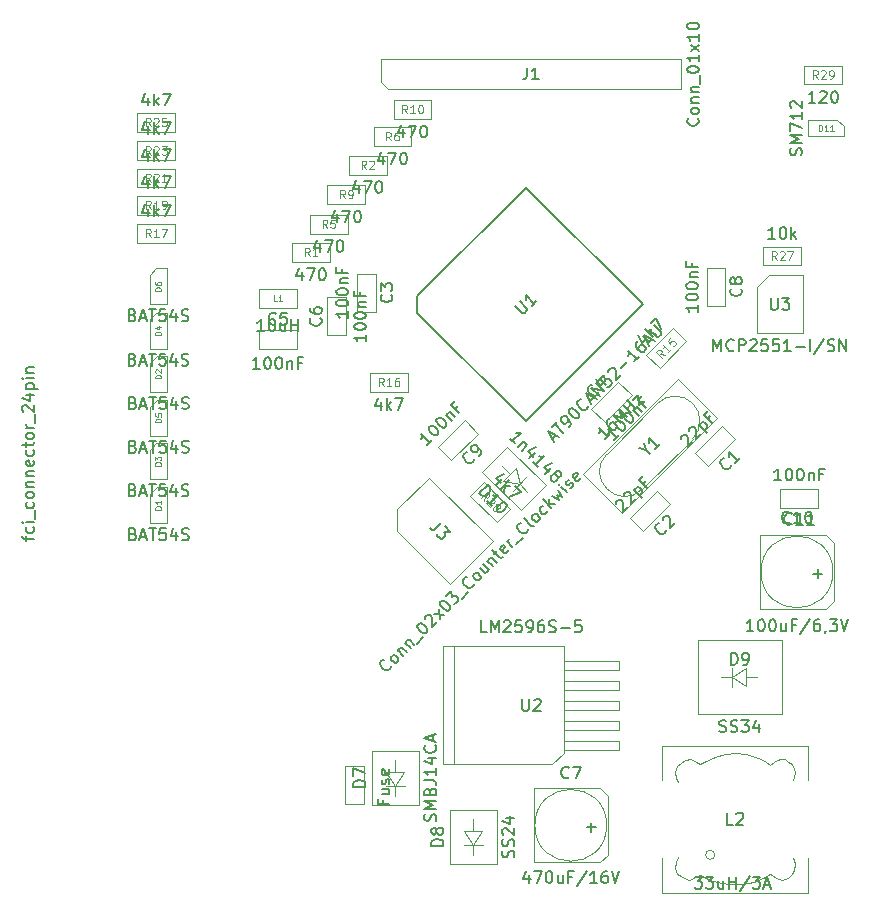
<source format=gbr>
G04 #@! TF.FileFunction,Other,Fab,Top*
%FSLAX46Y46*%
G04 Gerber Fmt 4.6, Leading zero omitted, Abs format (unit mm)*
G04 Created by KiCad (PCBNEW 4.0.7) date 06/18/18 23:10:02*
%MOMM*%
%LPD*%
G01*
G04 APERTURE LIST*
%ADD10C,0.100000*%
%ADD11C,0.150000*%
%ADD12C,0.075000*%
%ADD13C,0.105000*%
G04 APERTURE END LIST*
D10*
X65601974Y-58851974D02*
X68296051Y-56157898D01*
X68296051Y-56157898D02*
X73684205Y-61546051D01*
X73684205Y-61546051D02*
X70092102Y-65138154D01*
X70092102Y-65138154D02*
X65601974Y-60648026D01*
X65601974Y-60648026D02*
X65601974Y-58851974D01*
X93065685Y-51802944D02*
X94197056Y-52934315D01*
X90802944Y-54065685D02*
X93065685Y-51802944D01*
X91934315Y-55197056D02*
X90802944Y-54065685D01*
X94197056Y-52934315D02*
X91934315Y-55197056D01*
X87565685Y-57302944D02*
X88697056Y-58434315D01*
X85302944Y-59565685D02*
X87565685Y-57302944D01*
X86434315Y-60697056D02*
X85302944Y-59565685D01*
X88697056Y-58434315D02*
X86434315Y-60697056D01*
X62200000Y-38900000D02*
X63800000Y-38900000D01*
X62200000Y-42100000D02*
X62200000Y-38900000D01*
X63800000Y-42100000D02*
X62200000Y-42100000D01*
X63800000Y-38900000D02*
X63800000Y-42100000D01*
X83184315Y-51447056D02*
X82052944Y-50315685D01*
X85447056Y-49184315D02*
X83184315Y-51447056D01*
X84315685Y-48052944D02*
X85447056Y-49184315D01*
X82052944Y-50315685D02*
X84315685Y-48052944D01*
X53900000Y-45300000D02*
X53900000Y-43700000D01*
X57100000Y-45300000D02*
X53900000Y-45300000D01*
X57100000Y-43700000D02*
X57100000Y-45300000D01*
X53900000Y-43700000D02*
X57100000Y-43700000D01*
X61300000Y-44100000D02*
X59700000Y-44100000D01*
X61300000Y-40900000D02*
X61300000Y-44100000D01*
X59700000Y-40900000D02*
X61300000Y-40900000D01*
X59700000Y-44100000D02*
X59700000Y-40900000D01*
X83341381Y-85600000D02*
G75*
G03X83341381Y-85600000I-3041381J0D01*
G01*
X77150000Y-82450000D02*
X77150000Y-88750000D01*
X82780000Y-82450000D02*
X77150000Y-82450000D01*
X83450000Y-83120000D02*
X82780000Y-82450000D01*
X83450000Y-88080000D02*
X83450000Y-83120000D01*
X82780000Y-88750000D02*
X83450000Y-88080000D01*
X77150000Y-88750000D02*
X82780000Y-88750000D01*
X91800000Y-38400000D02*
X93400000Y-38400000D01*
X91800000Y-41600000D02*
X91800000Y-38400000D01*
X93400000Y-41600000D02*
X91800000Y-41600000D01*
X93400000Y-38400000D02*
X93400000Y-41600000D01*
X71315685Y-51302944D02*
X72447056Y-52434315D01*
X69052944Y-53565685D02*
X71315685Y-51302944D01*
X70184315Y-54697056D02*
X69052944Y-53565685D01*
X72447056Y-52434315D02*
X70184315Y-54697056D01*
X102491381Y-64150000D02*
G75*
G03X102491381Y-64150000I-3041381J0D01*
G01*
X96300000Y-61000000D02*
X96300000Y-67300000D01*
X101930000Y-61000000D02*
X96300000Y-61000000D01*
X102600000Y-61670000D02*
X101930000Y-61000000D01*
X102600000Y-66630000D02*
X102600000Y-61670000D01*
X101930000Y-67300000D02*
X102600000Y-66630000D01*
X96300000Y-67300000D02*
X101930000Y-67300000D01*
X101250000Y-57150000D02*
X101250000Y-58750000D01*
X98050000Y-57150000D02*
X101250000Y-57150000D01*
X98050000Y-58750000D02*
X98050000Y-57150000D01*
X101250000Y-58750000D02*
X98050000Y-58750000D01*
X44700000Y-57550000D02*
X44700000Y-60000000D01*
X45250000Y-56980000D02*
X46100000Y-56980000D01*
X44700000Y-57550000D02*
X45250000Y-56980000D01*
X46100000Y-56980000D02*
X46100000Y-60020000D01*
X44700000Y-60020000D02*
X46100000Y-60020000D01*
X44700000Y-46450000D02*
X44700000Y-48900000D01*
X45250000Y-45880000D02*
X46100000Y-45880000D01*
X44700000Y-46450000D02*
X45250000Y-45880000D01*
X46100000Y-45880000D02*
X46100000Y-48920000D01*
X44700000Y-48920000D02*
X46100000Y-48920000D01*
X44675000Y-53825000D02*
X44675000Y-56275000D01*
X45225000Y-53255000D02*
X46075000Y-53255000D01*
X44675000Y-53825000D02*
X45225000Y-53255000D01*
X46075000Y-53255000D02*
X46075000Y-56295000D01*
X44675000Y-56295000D02*
X46075000Y-56295000D01*
X44675000Y-42775000D02*
X44675000Y-45225000D01*
X45225000Y-42205000D02*
X46075000Y-42205000D01*
X44675000Y-42775000D02*
X45225000Y-42205000D01*
X46075000Y-42205000D02*
X46075000Y-45245000D01*
X44675000Y-45245000D02*
X46075000Y-45245000D01*
X44700000Y-50150000D02*
X44700000Y-52600000D01*
X45250000Y-49580000D02*
X46100000Y-49580000D01*
X44700000Y-50150000D02*
X45250000Y-49580000D01*
X46100000Y-49580000D02*
X46100000Y-52620000D01*
X44700000Y-52620000D02*
X46100000Y-52620000D01*
X44675000Y-39025000D02*
X44675000Y-41475000D01*
X45225000Y-38455000D02*
X46075000Y-38455000D01*
X44675000Y-39025000D02*
X45225000Y-38455000D01*
X46075000Y-38455000D02*
X46075000Y-41495000D01*
X44675000Y-41495000D02*
X46075000Y-41495000D01*
X67450000Y-79300000D02*
X67450000Y-83900000D01*
X67450000Y-83900000D02*
X63450000Y-83900000D01*
X63450000Y-79300000D02*
X67450000Y-79300000D01*
X63450000Y-79300000D02*
X63450000Y-83900000D01*
X65451020Y-82249440D02*
X65451020Y-83151140D01*
X65451020Y-81098820D02*
X65451020Y-80100600D01*
X64650920Y-82249440D02*
X66251120Y-82249440D01*
X66200320Y-81098820D02*
X64650920Y-81098820D01*
X65451020Y-82249440D02*
X66200320Y-81098820D01*
X65451020Y-82249440D02*
X64650920Y-81098820D01*
X74050000Y-84300000D02*
X74050000Y-88900000D01*
X74050000Y-88900000D02*
X70050000Y-88900000D01*
X70050000Y-84300000D02*
X74050000Y-84300000D01*
X70050000Y-84300000D02*
X70050000Y-88900000D01*
X72051020Y-87249440D02*
X72051020Y-88151140D01*
X72051020Y-86098820D02*
X72051020Y-85100600D01*
X71250920Y-87249440D02*
X72851120Y-87249440D01*
X72800320Y-86098820D02*
X71250920Y-86098820D01*
X72051020Y-87249440D02*
X72800320Y-86098820D01*
X72051020Y-87249440D02*
X71250920Y-86098820D01*
X98150000Y-76150000D02*
X91050000Y-76150000D01*
X91050000Y-76150000D02*
X91050000Y-69950000D01*
X98150000Y-69950000D02*
X98150000Y-76150000D01*
X98150000Y-69950000D02*
X91050000Y-69950000D01*
X93950560Y-73051020D02*
X93048860Y-73051020D01*
X95101180Y-73051020D02*
X96099400Y-73051020D01*
X93950560Y-72250920D02*
X93950560Y-73851120D01*
X95101180Y-73800320D02*
X95101180Y-72250920D01*
X93950560Y-73051020D02*
X95101180Y-73800320D01*
X93950560Y-73051020D02*
X95101180Y-72250920D01*
X74934315Y-53562994D02*
X78187006Y-56815685D01*
X78187006Y-56815685D02*
X76065685Y-58937006D01*
X72812994Y-55684315D02*
X74934315Y-53562994D01*
X72812994Y-55684315D02*
X76065685Y-58937006D01*
X75959945Y-56708502D02*
X76597543Y-57346100D01*
X75146333Y-55894891D02*
X74440485Y-55189043D01*
X75394189Y-57274258D02*
X76525701Y-56142746D01*
X75676169Y-55365056D02*
X74580577Y-56460647D01*
X75959945Y-56708502D02*
X75676169Y-55365056D01*
X75959945Y-56708502D02*
X74580577Y-56460647D01*
X102875000Y-25875000D02*
X100425000Y-25875000D01*
X103445000Y-26425000D02*
X103445000Y-27275000D01*
X102875000Y-25875000D02*
X103445000Y-26425000D01*
X103445000Y-27275000D02*
X100405000Y-27275000D01*
X100405000Y-25875000D02*
X100405000Y-27275000D01*
X62800000Y-83800000D02*
X61200000Y-83800000D01*
X62800000Y-80600000D02*
X62800000Y-83800000D01*
X61200000Y-80600000D02*
X62800000Y-80600000D01*
X61200000Y-83800000D02*
X61200000Y-80600000D01*
X64230000Y-22635000D02*
X64230000Y-20730000D01*
X64230000Y-20730000D02*
X89630000Y-20730000D01*
X89630000Y-20730000D02*
X89630000Y-23270000D01*
X89630000Y-23270000D02*
X64865000Y-23270000D01*
X64865000Y-23270000D02*
X64230000Y-22635000D01*
X53900000Y-41800000D02*
X53900000Y-40200000D01*
X57100000Y-41800000D02*
X53900000Y-41800000D01*
X57100000Y-40200000D02*
X57100000Y-41800000D01*
X53900000Y-40200000D02*
X57100000Y-40200000D01*
X99100000Y-88400000D02*
X99200000Y-88500000D01*
X99200000Y-88500000D02*
X99300000Y-88900000D01*
X99300000Y-88900000D02*
X99200000Y-89400000D01*
X99200000Y-89400000D02*
X99000000Y-89700000D01*
X99000000Y-89700000D02*
X98700000Y-90100000D01*
X98700000Y-90100000D02*
X98200000Y-90200000D01*
X98200000Y-90200000D02*
X97700000Y-90100000D01*
X97700000Y-90100000D02*
X97300000Y-89800000D01*
X97300000Y-89800000D02*
X97200000Y-89700000D01*
X97200000Y-89700000D02*
X96600000Y-90100000D01*
X96600000Y-90100000D02*
X95800000Y-90400000D01*
X95800000Y-90400000D02*
X94800000Y-90600000D01*
X94800000Y-90600000D02*
X93600000Y-90600000D01*
X93600000Y-90600000D02*
X92700000Y-90400000D01*
X92700000Y-90400000D02*
X92100000Y-90200000D01*
X92100000Y-90200000D02*
X91600000Y-90000000D01*
X91600000Y-90000000D02*
X91200000Y-89800000D01*
X91200000Y-89800000D02*
X90900000Y-90000000D01*
X90900000Y-90000000D02*
X90300000Y-90200000D01*
X90300000Y-90200000D02*
X89900000Y-90100000D01*
X89900000Y-90100000D02*
X89600000Y-89900000D01*
X89600000Y-89900000D02*
X89300000Y-89700000D01*
X89300000Y-89700000D02*
X89100000Y-89200000D01*
X89100000Y-89200000D02*
X89200000Y-88700000D01*
X89200000Y-88700000D02*
X89400000Y-88300000D01*
X99100000Y-81800000D02*
X99200000Y-81500000D01*
X99200000Y-81500000D02*
X99300000Y-81100000D01*
X99300000Y-81100000D02*
X99200000Y-80800000D01*
X99200000Y-80800000D02*
X99000000Y-80400000D01*
X99000000Y-80400000D02*
X98700000Y-80200000D01*
X98700000Y-80200000D02*
X98400000Y-80000000D01*
X98400000Y-80000000D02*
X98100000Y-80000000D01*
X98100000Y-80000000D02*
X97800000Y-80100000D01*
X97800000Y-80100000D02*
X97500000Y-80200000D01*
X97500000Y-80200000D02*
X97200000Y-80500000D01*
X97200000Y-80500000D02*
X96800000Y-80200000D01*
X96800000Y-80200000D02*
X96400000Y-80000000D01*
X96400000Y-80000000D02*
X95900000Y-79800000D01*
X95900000Y-79800000D02*
X95100000Y-79600000D01*
X95100000Y-79600000D02*
X94200000Y-79500000D01*
X94200000Y-79500000D02*
X93400000Y-79600000D01*
X93400000Y-79600000D02*
X92500000Y-79800000D01*
X92500000Y-79800000D02*
X91600000Y-80200000D01*
X91600000Y-80200000D02*
X91200000Y-80400000D01*
X91200000Y-80400000D02*
X90900000Y-80200000D01*
X90900000Y-80200000D02*
X90500000Y-80000000D01*
X90500000Y-80000000D02*
X90000000Y-80100000D01*
X90000000Y-80100000D02*
X89600000Y-80300000D01*
X89600000Y-80300000D02*
X89300000Y-80600000D01*
X89300000Y-80600000D02*
X89100000Y-81100000D01*
X89100000Y-81100000D02*
X89200000Y-81600000D01*
X89200000Y-81600000D02*
X89400000Y-81900000D01*
X88000000Y-88400000D02*
X88000000Y-91300000D01*
X88000000Y-91300000D02*
X100400000Y-91300000D01*
X100400000Y-91300000D02*
X100400000Y-88400000D01*
X100400000Y-78900000D02*
X88000000Y-78900000D01*
X88000000Y-78900000D02*
X88000000Y-81800000D01*
X100400000Y-78900000D02*
X100400000Y-81800000D01*
X92490512Y-88100000D02*
G75*
G03X92490512Y-88100000I-390512J0D01*
G01*
X56700000Y-37900000D02*
X56700000Y-36300000D01*
X59900000Y-37900000D02*
X56700000Y-37900000D01*
X59900000Y-36300000D02*
X59900000Y-37900000D01*
X56700000Y-36300000D02*
X59900000Y-36300000D01*
X61500000Y-30500000D02*
X61500000Y-28900000D01*
X64700000Y-30500000D02*
X61500000Y-30500000D01*
X64700000Y-28900000D02*
X64700000Y-30500000D01*
X61500000Y-28900000D02*
X64700000Y-28900000D01*
X58200000Y-35500000D02*
X58200000Y-33900000D01*
X61400000Y-35500000D02*
X58200000Y-35500000D01*
X61400000Y-33900000D02*
X61400000Y-35500000D01*
X58200000Y-33900000D02*
X61400000Y-33900000D01*
X63600000Y-28100000D02*
X63600000Y-26500000D01*
X66800000Y-28100000D02*
X63600000Y-28100000D01*
X66800000Y-26500000D02*
X66800000Y-28100000D01*
X63600000Y-26500000D02*
X66800000Y-26500000D01*
X59700000Y-33000000D02*
X59700000Y-31400000D01*
X62900000Y-33000000D02*
X59700000Y-33000000D01*
X62900000Y-31400000D02*
X62900000Y-33000000D01*
X59700000Y-31400000D02*
X62900000Y-31400000D01*
X65300000Y-25800000D02*
X65300000Y-24200000D01*
X68500000Y-25800000D02*
X65300000Y-25800000D01*
X68500000Y-24200000D02*
X68500000Y-25800000D01*
X65300000Y-24200000D02*
X68500000Y-24200000D01*
X88965685Y-43502944D02*
X90097056Y-44634315D01*
X86702944Y-45765685D02*
X88965685Y-43502944D01*
X87834315Y-46897056D02*
X86702944Y-45765685D01*
X90097056Y-44634315D02*
X87834315Y-46897056D01*
X63300000Y-48900000D02*
X63300000Y-47300000D01*
X66500000Y-48900000D02*
X63300000Y-48900000D01*
X66500000Y-47300000D02*
X66500000Y-48900000D01*
X63300000Y-47300000D02*
X66500000Y-47300000D01*
X46800000Y-34700000D02*
X46800000Y-36300000D01*
X43600000Y-34700000D02*
X46800000Y-34700000D01*
X43600000Y-36300000D02*
X43600000Y-34700000D01*
X46800000Y-36300000D02*
X43600000Y-36300000D01*
X46800000Y-32300000D02*
X46800000Y-33900000D01*
X43600000Y-32300000D02*
X46800000Y-32300000D01*
X43600000Y-33900000D02*
X43600000Y-32300000D01*
X46800000Y-33900000D02*
X43600000Y-33900000D01*
X46800000Y-30000000D02*
X46800000Y-31600000D01*
X43600000Y-30000000D02*
X46800000Y-30000000D01*
X43600000Y-31600000D02*
X43600000Y-30000000D01*
X46800000Y-31600000D02*
X43600000Y-31600000D01*
X46800000Y-27700000D02*
X46800000Y-29300000D01*
X43600000Y-27700000D02*
X46800000Y-27700000D01*
X43600000Y-29300000D02*
X43600000Y-27700000D01*
X46800000Y-29300000D02*
X43600000Y-29300000D01*
X46800000Y-25300000D02*
X46800000Y-26900000D01*
X43600000Y-25300000D02*
X46800000Y-25300000D01*
X43600000Y-26900000D02*
X43600000Y-25300000D01*
X46800000Y-26900000D02*
X43600000Y-26900000D01*
X99800000Y-36600000D02*
X99800000Y-38200000D01*
X96600000Y-36600000D02*
X99800000Y-36600000D01*
X96600000Y-38200000D02*
X96600000Y-36600000D01*
X99800000Y-38200000D02*
X96600000Y-38200000D01*
X75197056Y-58815685D02*
X74065685Y-59947056D01*
X72934315Y-56552944D02*
X75197056Y-58815685D01*
X71802944Y-57684315D02*
X72934315Y-56552944D01*
X74065685Y-59947056D02*
X71802944Y-57684315D01*
X100075000Y-22875000D02*
X100075000Y-21275000D01*
X103275000Y-22875000D02*
X100075000Y-22875000D01*
X103275000Y-21275000D02*
X103275000Y-22875000D01*
X100075000Y-21275000D02*
X103275000Y-21275000D01*
D11*
X67307612Y-40792893D02*
X76500000Y-31600505D01*
X76500000Y-31600505D02*
X86399495Y-41500000D01*
X86399495Y-41500000D02*
X76500000Y-51399495D01*
X76500000Y-51399495D02*
X67307612Y-42207107D01*
X67307612Y-42207107D02*
X67307612Y-40792893D01*
D10*
X70450000Y-80450000D02*
X69450000Y-80450000D01*
X69450000Y-80450000D02*
X69450000Y-70450000D01*
X69450000Y-70450000D02*
X70450000Y-70450000D01*
X70450000Y-80450000D02*
X70450000Y-70450000D01*
X70450000Y-70450000D02*
X79700000Y-70450000D01*
X79700000Y-70450000D02*
X79700000Y-79450000D01*
X79700000Y-79450000D02*
X78700000Y-80450000D01*
X78700000Y-80450000D02*
X70450000Y-80450000D01*
X79700000Y-79250000D02*
X84400000Y-79250000D01*
X84400000Y-79250000D02*
X84400000Y-78450000D01*
X84400000Y-78450000D02*
X79700000Y-78450000D01*
X79700000Y-77550000D02*
X84400000Y-77550000D01*
X84400000Y-77550000D02*
X84400000Y-76750000D01*
X84400000Y-76750000D02*
X79700000Y-76750000D01*
X79700000Y-75850000D02*
X84400000Y-75850000D01*
X84400000Y-75850000D02*
X84400000Y-75050000D01*
X84400000Y-75050000D02*
X79700000Y-75050000D01*
X79700000Y-74150000D02*
X84400000Y-74150000D01*
X84400000Y-74150000D02*
X84400000Y-73350000D01*
X84400000Y-73350000D02*
X79700000Y-73350000D01*
X79700000Y-72450000D02*
X84400000Y-72450000D01*
X84400000Y-72450000D02*
X84400000Y-71650000D01*
X84400000Y-71650000D02*
X79700000Y-71650000D01*
X97050000Y-39050000D02*
X99950000Y-39050000D01*
X99950000Y-39050000D02*
X99950000Y-43950000D01*
X99950000Y-43950000D02*
X96050000Y-43950000D01*
X96050000Y-43950000D02*
X96050000Y-40050000D01*
X96050000Y-40050000D02*
X97050000Y-39050000D01*
X92692210Y-51131192D02*
X89368808Y-47807790D01*
X89368808Y-47807790D02*
X81307790Y-55868808D01*
X81307790Y-55868808D02*
X84631192Y-59192210D01*
X84631192Y-59192210D02*
X92692210Y-51131192D01*
X90627458Y-52863604D02*
X86363604Y-57127458D01*
X87636396Y-49872542D02*
X83372542Y-54136396D01*
X87636396Y-49872542D02*
G75*
G02X90627458Y-52863604I1495531J-1495531D01*
G01*
X83372542Y-54136396D02*
G75*
G03X86363604Y-57127458I1495531J-1495531D01*
G01*
D11*
X65095214Y-72139186D02*
X65095214Y-72206529D01*
X65027870Y-72341216D01*
X64960527Y-72408559D01*
X64825839Y-72475904D01*
X64691152Y-72475904D01*
X64590137Y-72442232D01*
X64421779Y-72341217D01*
X64320763Y-72240201D01*
X64219748Y-72071842D01*
X64186076Y-71970827D01*
X64186076Y-71836140D01*
X64253420Y-71701453D01*
X64320764Y-71634109D01*
X64455450Y-71566766D01*
X64522794Y-71566766D01*
X65566618Y-71802469D02*
X65465603Y-71836140D01*
X65398259Y-71836140D01*
X65297244Y-71802469D01*
X65095213Y-71600438D01*
X65061541Y-71499422D01*
X65061541Y-71432079D01*
X65095213Y-71331064D01*
X65196229Y-71230048D01*
X65297244Y-71196376D01*
X65364587Y-71196376D01*
X65465603Y-71230048D01*
X65667634Y-71432079D01*
X65701305Y-71533094D01*
X65701305Y-71600438D01*
X65667634Y-71701453D01*
X65566618Y-71802469D01*
X65633961Y-70792316D02*
X66105366Y-71263720D01*
X65701305Y-70859659D02*
X65701305Y-70792316D01*
X65734976Y-70691300D01*
X65835992Y-70590285D01*
X65937007Y-70556613D01*
X66038023Y-70590285D01*
X66408412Y-70960674D01*
X66273725Y-70152552D02*
X66745129Y-70623957D01*
X66341068Y-70219896D02*
X66341068Y-70152552D01*
X66374740Y-70051537D01*
X66475756Y-69950521D01*
X66576771Y-69916850D01*
X66677786Y-69950521D01*
X67048175Y-70320911D01*
X67283878Y-70219896D02*
X67822626Y-69681148D01*
X67351221Y-68603652D02*
X67418565Y-68536308D01*
X67519580Y-68502636D01*
X67586924Y-68502636D01*
X67687939Y-68536308D01*
X67856297Y-68637323D01*
X68024657Y-68805682D01*
X68125672Y-68974041D01*
X68159344Y-69075056D01*
X68159344Y-69142399D01*
X68125672Y-69243414D01*
X68058328Y-69310759D01*
X67957313Y-69344430D01*
X67889969Y-69344430D01*
X67788954Y-69310759D01*
X67620595Y-69209743D01*
X67452236Y-69041384D01*
X67351221Y-68873026D01*
X67317549Y-68772010D01*
X67317549Y-68704667D01*
X67351221Y-68603652D01*
X67923641Y-68165919D02*
X67923641Y-68098575D01*
X67957313Y-67997560D01*
X68125672Y-67829201D01*
X68226687Y-67795529D01*
X68294030Y-67795529D01*
X68395046Y-67829201D01*
X68462389Y-67896544D01*
X68529732Y-68031231D01*
X68529732Y-68839354D01*
X68967466Y-68401621D01*
X69203168Y-68165919D02*
X69102152Y-67324124D01*
X68731763Y-67694514D02*
X69573557Y-67795529D01*
X69270511Y-66684362D02*
X69337855Y-66617018D01*
X69438870Y-66583346D01*
X69506214Y-66583346D01*
X69607229Y-66617018D01*
X69775587Y-66718033D01*
X69943947Y-66886392D01*
X70044962Y-67054751D01*
X70078634Y-67155766D01*
X70078634Y-67223109D01*
X70044962Y-67324124D01*
X69977618Y-67391469D01*
X69876603Y-67425140D01*
X69809259Y-67425140D01*
X69708244Y-67391469D01*
X69539885Y-67290453D01*
X69371526Y-67122094D01*
X69270511Y-66953736D01*
X69236839Y-66852720D01*
X69236839Y-66785377D01*
X69270511Y-66684362D01*
X69741916Y-66212957D02*
X70179649Y-65775224D01*
X70213320Y-66280300D01*
X70314336Y-66179285D01*
X70415351Y-66145613D01*
X70482694Y-66145613D01*
X70583710Y-66179285D01*
X70752069Y-66347644D01*
X70785740Y-66448659D01*
X70785740Y-66516003D01*
X70752069Y-66617018D01*
X70550038Y-66819049D01*
X70449023Y-66852720D01*
X70381679Y-66852720D01*
X71088786Y-66414987D02*
X71627534Y-65876239D01*
X72065267Y-65169132D02*
X72065267Y-65236476D01*
X71997924Y-65371163D01*
X71930580Y-65438506D01*
X71795893Y-65505850D01*
X71661206Y-65505850D01*
X71560191Y-65472179D01*
X71391832Y-65371163D01*
X71290816Y-65270148D01*
X71189801Y-65101789D01*
X71156129Y-65000774D01*
X71156129Y-64866087D01*
X71223473Y-64731399D01*
X71290817Y-64664056D01*
X71425504Y-64596712D01*
X71492847Y-64596712D01*
X72536671Y-64832415D02*
X72435656Y-64866087D01*
X72368313Y-64866087D01*
X72267297Y-64832415D01*
X72065266Y-64630384D01*
X72031595Y-64529369D01*
X72031595Y-64462026D01*
X72065266Y-64361010D01*
X72166282Y-64259995D01*
X72267297Y-64226323D01*
X72334641Y-64226323D01*
X72435656Y-64259995D01*
X72637687Y-64462026D01*
X72671359Y-64563041D01*
X72671359Y-64630384D01*
X72637687Y-64731399D01*
X72536671Y-64832415D01*
X72907061Y-63519216D02*
X73378465Y-63990621D01*
X72604015Y-63822262D02*
X72974404Y-64192652D01*
X73075419Y-64226324D01*
X73176434Y-64192652D01*
X73277450Y-64091636D01*
X73311122Y-63990621D01*
X73311122Y-63923277D01*
X73243778Y-63182499D02*
X73715183Y-63653904D01*
X73311121Y-63249842D02*
X73311121Y-63182499D01*
X73344793Y-63081484D01*
X73445809Y-62980468D01*
X73546824Y-62946796D01*
X73647839Y-62980468D01*
X74018229Y-63350858D01*
X73782526Y-62643751D02*
X74051900Y-62374377D01*
X73647839Y-62307034D02*
X74253931Y-62913125D01*
X74354946Y-62946797D01*
X74455961Y-62913125D01*
X74523305Y-62845782D01*
X74994710Y-62307033D02*
X74961038Y-62408048D01*
X74826351Y-62542736D01*
X74725336Y-62576407D01*
X74624320Y-62542736D01*
X74354946Y-62273361D01*
X74321274Y-62172346D01*
X74354946Y-62071331D01*
X74489634Y-61936643D01*
X74590649Y-61902972D01*
X74691664Y-61936643D01*
X74759008Y-62003987D01*
X74489634Y-62408049D01*
X75365099Y-62003987D02*
X74893694Y-61532583D01*
X75028381Y-61667269D02*
X74994709Y-61566254D01*
X74994709Y-61498911D01*
X75028381Y-61397896D01*
X75095725Y-61330552D01*
X75701817Y-61801956D02*
X76240565Y-61263208D01*
X76678298Y-60556101D02*
X76678298Y-60623445D01*
X76610955Y-60758132D01*
X76543611Y-60825475D01*
X76408924Y-60892819D01*
X76274237Y-60892819D01*
X76173222Y-60859148D01*
X76004863Y-60758132D01*
X75903847Y-60657117D01*
X75802832Y-60488758D01*
X75769160Y-60387743D01*
X75769160Y-60253056D01*
X75836504Y-60118368D01*
X75903848Y-60051025D01*
X76038535Y-59983681D01*
X76105878Y-59983681D01*
X77149702Y-60219384D02*
X77048687Y-60253056D01*
X76947672Y-60219384D01*
X76341580Y-59613293D01*
X77520092Y-59848995D02*
X77419077Y-59882666D01*
X77351733Y-59882666D01*
X77250718Y-59848995D01*
X77048687Y-59646964D01*
X77015015Y-59545948D01*
X77015015Y-59478605D01*
X77048687Y-59377590D01*
X77149703Y-59276574D01*
X77250718Y-59242902D01*
X77318061Y-59242902D01*
X77419077Y-59276574D01*
X77621108Y-59478605D01*
X77654779Y-59579620D01*
X77654779Y-59646964D01*
X77621108Y-59747979D01*
X77520092Y-59848995D01*
X78328214Y-58973529D02*
X78294543Y-59074544D01*
X78159855Y-59209231D01*
X78058840Y-59242903D01*
X77991496Y-59242903D01*
X77890481Y-59209231D01*
X77688450Y-59007200D01*
X77654779Y-58906185D01*
X77654779Y-58838842D01*
X77688450Y-58737827D01*
X77823138Y-58603139D01*
X77924153Y-58569467D01*
X78664932Y-58704155D02*
X77957825Y-57997048D01*
X78462901Y-58367438D02*
X78934306Y-58434780D01*
X78462901Y-57963376D02*
X78462901Y-58502124D01*
X78698603Y-57727674D02*
X79304695Y-58064391D01*
X79102665Y-57592986D01*
X79574069Y-57795017D01*
X79237351Y-57188925D01*
X79978130Y-57390956D02*
X79506725Y-56919552D01*
X79271023Y-56683850D02*
X79271023Y-56751193D01*
X79338367Y-56751193D01*
X79338367Y-56683850D01*
X79271023Y-56683850D01*
X79338367Y-56751193D01*
X80247504Y-57054239D02*
X80348519Y-57020567D01*
X80483206Y-56885881D01*
X80516878Y-56784865D01*
X80483206Y-56683850D01*
X80449535Y-56650178D01*
X80348520Y-56616506D01*
X80247504Y-56650179D01*
X80146489Y-56751194D01*
X80045473Y-56784865D01*
X79944458Y-56751193D01*
X79910786Y-56717521D01*
X79877114Y-56616506D01*
X79910786Y-56515491D01*
X80011801Y-56414476D01*
X80112817Y-56380803D01*
X81122970Y-56178773D02*
X81089298Y-56279788D01*
X80954610Y-56414476D01*
X80853595Y-56448148D01*
X80752580Y-56414476D01*
X80483206Y-56145101D01*
X80449534Y-56044086D01*
X80483206Y-55943071D01*
X80617893Y-55808384D01*
X80718908Y-55774712D01*
X80819924Y-55808384D01*
X80887268Y-55875728D01*
X80617893Y-56279789D01*
X69345600Y-60025099D02*
X68840524Y-60530175D01*
X68705836Y-60597518D01*
X68571149Y-60597518D01*
X68436462Y-60530175D01*
X68369119Y-60462831D01*
X69614974Y-60294473D02*
X70052707Y-60732206D01*
X69547630Y-60765877D01*
X69648646Y-60866893D01*
X69682318Y-60967908D01*
X69682318Y-61035251D01*
X69648646Y-61136267D01*
X69480287Y-61304626D01*
X69379272Y-61338297D01*
X69311928Y-61338297D01*
X69210913Y-61304626D01*
X69008882Y-61102595D01*
X68975210Y-61001579D01*
X68975210Y-60934236D01*
X89604229Y-52927580D02*
X89604229Y-52860236D01*
X89637901Y-52759221D01*
X89806260Y-52590862D01*
X89907275Y-52557190D01*
X89974619Y-52557190D01*
X90075634Y-52590862D01*
X90142977Y-52658205D01*
X90210321Y-52792892D01*
X90210321Y-53601015D01*
X90648054Y-53163282D01*
X90277664Y-52254145D02*
X90277664Y-52186801D01*
X90311336Y-52085786D01*
X90479695Y-51917427D01*
X90580710Y-51883755D01*
X90648054Y-51883755D01*
X90749069Y-51917427D01*
X90816412Y-51984770D01*
X90883756Y-52119457D01*
X90883756Y-52927580D01*
X91321489Y-52489847D01*
X91153129Y-51715396D02*
X91860236Y-52422503D01*
X91186801Y-51749068D02*
X91220473Y-51648053D01*
X91355160Y-51513365D01*
X91456176Y-51479694D01*
X91523519Y-51479694D01*
X91624534Y-51513365D01*
X91826565Y-51715396D01*
X91860237Y-51816412D01*
X91860237Y-51883755D01*
X91826565Y-51984770D01*
X91691878Y-52119458D01*
X91590862Y-52153129D01*
X92129611Y-50940945D02*
X91893908Y-51176648D01*
X92264298Y-51547038D02*
X91557191Y-50839931D01*
X91893909Y-50503213D01*
X93872125Y-55107826D02*
X93872125Y-55175169D01*
X93804781Y-55309856D01*
X93737438Y-55377200D01*
X93602750Y-55444544D01*
X93468063Y-55444544D01*
X93367048Y-55410872D01*
X93198690Y-55309857D01*
X93097674Y-55208841D01*
X92996659Y-55040482D01*
X92962987Y-54939467D01*
X92962987Y-54804780D01*
X93030331Y-54670093D01*
X93097674Y-54602749D01*
X93232361Y-54535406D01*
X93299705Y-54535406D01*
X94612903Y-54501734D02*
X94208842Y-54905796D01*
X94410872Y-54703765D02*
X93703765Y-53996659D01*
X93737437Y-54165017D01*
X93737437Y-54299704D01*
X93703765Y-54400719D01*
X84104229Y-58427580D02*
X84104229Y-58360236D01*
X84137901Y-58259221D01*
X84306260Y-58090862D01*
X84407275Y-58057190D01*
X84474619Y-58057190D01*
X84575634Y-58090862D01*
X84642977Y-58158205D01*
X84710321Y-58292892D01*
X84710321Y-59101015D01*
X85148054Y-58663282D01*
X84777664Y-57754145D02*
X84777664Y-57686801D01*
X84811336Y-57585786D01*
X84979695Y-57417427D01*
X85080710Y-57383755D01*
X85148054Y-57383755D01*
X85249069Y-57417427D01*
X85316412Y-57484770D01*
X85383756Y-57619457D01*
X85383756Y-58427580D01*
X85821489Y-57989847D01*
X85653129Y-57215396D02*
X86360236Y-57922503D01*
X85686801Y-57249068D02*
X85720473Y-57148053D01*
X85855160Y-57013365D01*
X85956176Y-56979694D01*
X86023519Y-56979694D01*
X86124534Y-57013365D01*
X86326565Y-57215396D01*
X86360237Y-57316412D01*
X86360237Y-57383755D01*
X86326565Y-57484770D01*
X86191878Y-57619458D01*
X86090862Y-57653129D01*
X86629611Y-56440945D02*
X86393908Y-56676648D01*
X86764298Y-57047038D02*
X86057191Y-56339931D01*
X86393909Y-56003213D01*
X88372125Y-60607826D02*
X88372125Y-60675169D01*
X88304781Y-60809856D01*
X88237438Y-60877200D01*
X88102750Y-60944544D01*
X87968063Y-60944544D01*
X87867048Y-60910872D01*
X87698690Y-60809857D01*
X87597674Y-60708841D01*
X87496659Y-60540482D01*
X87462987Y-60439467D01*
X87462987Y-60304780D01*
X87530331Y-60170093D01*
X87597674Y-60102749D01*
X87732361Y-60035406D01*
X87799705Y-60035406D01*
X88069078Y-59766032D02*
X88069078Y-59698689D01*
X88102750Y-59597674D01*
X88271109Y-59429314D01*
X88372125Y-59395643D01*
X88439468Y-59395643D01*
X88540483Y-59429314D01*
X88607827Y-59496658D01*
X88675170Y-59631345D01*
X88675170Y-60439467D01*
X89112903Y-60001734D01*
X61452381Y-42047619D02*
X61452381Y-42619048D01*
X61452381Y-42333334D02*
X60452381Y-42333334D01*
X60595238Y-42428572D01*
X60690476Y-42523810D01*
X60738095Y-42619048D01*
X60452381Y-41428572D02*
X60452381Y-41333333D01*
X60500000Y-41238095D01*
X60547619Y-41190476D01*
X60642857Y-41142857D01*
X60833333Y-41095238D01*
X61071429Y-41095238D01*
X61261905Y-41142857D01*
X61357143Y-41190476D01*
X61404762Y-41238095D01*
X61452381Y-41333333D01*
X61452381Y-41428572D01*
X61404762Y-41523810D01*
X61357143Y-41571429D01*
X61261905Y-41619048D01*
X61071429Y-41666667D01*
X60833333Y-41666667D01*
X60642857Y-41619048D01*
X60547619Y-41571429D01*
X60500000Y-41523810D01*
X60452381Y-41428572D01*
X60452381Y-40476191D02*
X60452381Y-40380952D01*
X60500000Y-40285714D01*
X60547619Y-40238095D01*
X60642857Y-40190476D01*
X60833333Y-40142857D01*
X61071429Y-40142857D01*
X61261905Y-40190476D01*
X61357143Y-40238095D01*
X61404762Y-40285714D01*
X61452381Y-40380952D01*
X61452381Y-40476191D01*
X61404762Y-40571429D01*
X61357143Y-40619048D01*
X61261905Y-40666667D01*
X61071429Y-40714286D01*
X60833333Y-40714286D01*
X60642857Y-40666667D01*
X60547619Y-40619048D01*
X60500000Y-40571429D01*
X60452381Y-40476191D01*
X60785714Y-39714286D02*
X61452381Y-39714286D01*
X60880952Y-39714286D02*
X60833333Y-39666667D01*
X60785714Y-39571429D01*
X60785714Y-39428571D01*
X60833333Y-39333333D01*
X60928571Y-39285714D01*
X61452381Y-39285714D01*
X60928571Y-38476190D02*
X60928571Y-38809524D01*
X61452381Y-38809524D02*
X60452381Y-38809524D01*
X60452381Y-38333333D01*
X65107143Y-40666666D02*
X65154762Y-40714285D01*
X65202381Y-40857142D01*
X65202381Y-40952380D01*
X65154762Y-41095238D01*
X65059524Y-41190476D01*
X64964286Y-41238095D01*
X64773810Y-41285714D01*
X64630952Y-41285714D01*
X64440476Y-41238095D01*
X64345238Y-41190476D01*
X64250000Y-41095238D01*
X64202381Y-40952380D01*
X64202381Y-40857142D01*
X64250000Y-40714285D01*
X64297619Y-40666666D01*
X64202381Y-40333333D02*
X64202381Y-39714285D01*
X64583333Y-40047619D01*
X64583333Y-39904761D01*
X64630952Y-39809523D01*
X64678571Y-39761904D01*
X64773810Y-39714285D01*
X65011905Y-39714285D01*
X65107143Y-39761904D01*
X65154762Y-39809523D01*
X65202381Y-39904761D01*
X65202381Y-40190476D01*
X65154762Y-40285714D01*
X65107143Y-40333333D01*
X84389764Y-52578428D02*
X83985702Y-52982489D01*
X84187733Y-52780459D02*
X83480626Y-52073352D01*
X83514298Y-52241710D01*
X83514298Y-52376397D01*
X83480626Y-52477412D01*
X84120389Y-51433588D02*
X84187733Y-51366244D01*
X84288749Y-51332573D01*
X84356092Y-51332573D01*
X84457107Y-51366244D01*
X84625466Y-51467259D01*
X84793825Y-51635619D01*
X84894840Y-51803977D01*
X84928512Y-51904992D01*
X84928512Y-51972336D01*
X84894840Y-52073351D01*
X84827496Y-52140695D01*
X84726481Y-52174367D01*
X84659138Y-52174367D01*
X84558122Y-52140695D01*
X84389764Y-52039680D01*
X84221404Y-51871321D01*
X84120389Y-51702962D01*
X84086718Y-51601947D01*
X84086718Y-51534604D01*
X84120389Y-51433588D01*
X84793824Y-50760153D02*
X84861169Y-50692809D01*
X84962184Y-50659138D01*
X85029527Y-50659138D01*
X85130542Y-50692809D01*
X85298901Y-50793824D01*
X85467260Y-50962184D01*
X85568275Y-51130542D01*
X85601947Y-51231557D01*
X85601947Y-51298901D01*
X85568275Y-51399916D01*
X85500931Y-51467260D01*
X85399916Y-51500932D01*
X85332573Y-51500932D01*
X85231557Y-51467260D01*
X85063199Y-51366245D01*
X84894840Y-51197886D01*
X84793824Y-51029527D01*
X84760153Y-50928512D01*
X84760153Y-50861169D01*
X84793824Y-50760153D01*
X85568275Y-50457107D02*
X86039679Y-50928512D01*
X85635618Y-50524451D02*
X85635618Y-50457107D01*
X85669290Y-50356092D01*
X85770306Y-50255076D01*
X85871321Y-50221404D01*
X85972336Y-50255076D01*
X86342726Y-50625466D01*
X86544756Y-49682656D02*
X86309053Y-49918359D01*
X86679443Y-50288749D02*
X85972336Y-49581642D01*
X86309054Y-49244924D01*
X82647251Y-48882952D02*
X82647251Y-48950295D01*
X82579907Y-49084982D01*
X82512564Y-49152326D01*
X82377876Y-49219670D01*
X82243189Y-49219670D01*
X82142174Y-49185998D01*
X81973816Y-49084983D01*
X81872800Y-48983967D01*
X81771785Y-48815608D01*
X81738113Y-48714593D01*
X81738113Y-48579906D01*
X81805457Y-48445219D01*
X81872800Y-48377875D01*
X82007487Y-48310532D01*
X82074831Y-48310532D01*
X82849281Y-47872799D02*
X83320686Y-48344204D01*
X82411548Y-47771785D02*
X82748266Y-48445220D01*
X83185999Y-48007487D01*
X53952381Y-46952381D02*
X53380952Y-46952381D01*
X53666666Y-46952381D02*
X53666666Y-45952381D01*
X53571428Y-46095238D01*
X53476190Y-46190476D01*
X53380952Y-46238095D01*
X54571428Y-45952381D02*
X54666667Y-45952381D01*
X54761905Y-46000000D01*
X54809524Y-46047619D01*
X54857143Y-46142857D01*
X54904762Y-46333333D01*
X54904762Y-46571429D01*
X54857143Y-46761905D01*
X54809524Y-46857143D01*
X54761905Y-46904762D01*
X54666667Y-46952381D01*
X54571428Y-46952381D01*
X54476190Y-46904762D01*
X54428571Y-46857143D01*
X54380952Y-46761905D01*
X54333333Y-46571429D01*
X54333333Y-46333333D01*
X54380952Y-46142857D01*
X54428571Y-46047619D01*
X54476190Y-46000000D01*
X54571428Y-45952381D01*
X55523809Y-45952381D02*
X55619048Y-45952381D01*
X55714286Y-46000000D01*
X55761905Y-46047619D01*
X55809524Y-46142857D01*
X55857143Y-46333333D01*
X55857143Y-46571429D01*
X55809524Y-46761905D01*
X55761905Y-46857143D01*
X55714286Y-46904762D01*
X55619048Y-46952381D01*
X55523809Y-46952381D01*
X55428571Y-46904762D01*
X55380952Y-46857143D01*
X55333333Y-46761905D01*
X55285714Y-46571429D01*
X55285714Y-46333333D01*
X55333333Y-46142857D01*
X55380952Y-46047619D01*
X55428571Y-46000000D01*
X55523809Y-45952381D01*
X56285714Y-46285714D02*
X56285714Y-46952381D01*
X56285714Y-46380952D02*
X56333333Y-46333333D01*
X56428571Y-46285714D01*
X56571429Y-46285714D01*
X56666667Y-46333333D01*
X56714286Y-46428571D01*
X56714286Y-46952381D01*
X57523810Y-46428571D02*
X57190476Y-46428571D01*
X57190476Y-46952381D02*
X57190476Y-45952381D01*
X57666667Y-45952381D01*
X55333334Y-43107143D02*
X55285715Y-43154762D01*
X55142858Y-43202381D01*
X55047620Y-43202381D01*
X54904762Y-43154762D01*
X54809524Y-43059524D01*
X54761905Y-42964286D01*
X54714286Y-42773810D01*
X54714286Y-42630952D01*
X54761905Y-42440476D01*
X54809524Y-42345238D01*
X54904762Y-42250000D01*
X55047620Y-42202381D01*
X55142858Y-42202381D01*
X55285715Y-42250000D01*
X55333334Y-42297619D01*
X56238096Y-42202381D02*
X55761905Y-42202381D01*
X55714286Y-42678571D01*
X55761905Y-42630952D01*
X55857143Y-42583333D01*
X56095239Y-42583333D01*
X56190477Y-42630952D01*
X56238096Y-42678571D01*
X56285715Y-42773810D01*
X56285715Y-43011905D01*
X56238096Y-43107143D01*
X56190477Y-43154762D01*
X56095239Y-43202381D01*
X55857143Y-43202381D01*
X55761905Y-43154762D01*
X55714286Y-43107143D01*
X62952381Y-44047619D02*
X62952381Y-44619048D01*
X62952381Y-44333334D02*
X61952381Y-44333334D01*
X62095238Y-44428572D01*
X62190476Y-44523810D01*
X62238095Y-44619048D01*
X61952381Y-43428572D02*
X61952381Y-43333333D01*
X62000000Y-43238095D01*
X62047619Y-43190476D01*
X62142857Y-43142857D01*
X62333333Y-43095238D01*
X62571429Y-43095238D01*
X62761905Y-43142857D01*
X62857143Y-43190476D01*
X62904762Y-43238095D01*
X62952381Y-43333333D01*
X62952381Y-43428572D01*
X62904762Y-43523810D01*
X62857143Y-43571429D01*
X62761905Y-43619048D01*
X62571429Y-43666667D01*
X62333333Y-43666667D01*
X62142857Y-43619048D01*
X62047619Y-43571429D01*
X62000000Y-43523810D01*
X61952381Y-43428572D01*
X61952381Y-42476191D02*
X61952381Y-42380952D01*
X62000000Y-42285714D01*
X62047619Y-42238095D01*
X62142857Y-42190476D01*
X62333333Y-42142857D01*
X62571429Y-42142857D01*
X62761905Y-42190476D01*
X62857143Y-42238095D01*
X62904762Y-42285714D01*
X62952381Y-42380952D01*
X62952381Y-42476191D01*
X62904762Y-42571429D01*
X62857143Y-42619048D01*
X62761905Y-42666667D01*
X62571429Y-42714286D01*
X62333333Y-42714286D01*
X62142857Y-42666667D01*
X62047619Y-42619048D01*
X62000000Y-42571429D01*
X61952381Y-42476191D01*
X62285714Y-41714286D02*
X62952381Y-41714286D01*
X62380952Y-41714286D02*
X62333333Y-41666667D01*
X62285714Y-41571429D01*
X62285714Y-41428571D01*
X62333333Y-41333333D01*
X62428571Y-41285714D01*
X62952381Y-41285714D01*
X62428571Y-40476190D02*
X62428571Y-40809524D01*
X62952381Y-40809524D02*
X61952381Y-40809524D01*
X61952381Y-40333333D01*
X59107143Y-42666666D02*
X59154762Y-42714285D01*
X59202381Y-42857142D01*
X59202381Y-42952380D01*
X59154762Y-43095238D01*
X59059524Y-43190476D01*
X58964286Y-43238095D01*
X58773810Y-43285714D01*
X58630952Y-43285714D01*
X58440476Y-43238095D01*
X58345238Y-43190476D01*
X58250000Y-43095238D01*
X58202381Y-42952380D01*
X58202381Y-42857142D01*
X58250000Y-42714285D01*
X58297619Y-42666666D01*
X58202381Y-41809523D02*
X58202381Y-42000000D01*
X58250000Y-42095238D01*
X58297619Y-42142857D01*
X58440476Y-42238095D01*
X58630952Y-42285714D01*
X59011905Y-42285714D01*
X59107143Y-42238095D01*
X59154762Y-42190476D01*
X59202381Y-42095238D01*
X59202381Y-41904761D01*
X59154762Y-41809523D01*
X59107143Y-41761904D01*
X59011905Y-41714285D01*
X58773810Y-41714285D01*
X58678571Y-41761904D01*
X58630952Y-41809523D01*
X58583333Y-41904761D01*
X58583333Y-42095238D01*
X58630952Y-42190476D01*
X58678571Y-42238095D01*
X58773810Y-42285714D01*
X76752381Y-89815714D02*
X76752381Y-90482381D01*
X76514285Y-89434762D02*
X76276190Y-90149048D01*
X76895238Y-90149048D01*
X77180952Y-89482381D02*
X77847619Y-89482381D01*
X77419047Y-90482381D01*
X78419047Y-89482381D02*
X78514286Y-89482381D01*
X78609524Y-89530000D01*
X78657143Y-89577619D01*
X78704762Y-89672857D01*
X78752381Y-89863333D01*
X78752381Y-90101429D01*
X78704762Y-90291905D01*
X78657143Y-90387143D01*
X78609524Y-90434762D01*
X78514286Y-90482381D01*
X78419047Y-90482381D01*
X78323809Y-90434762D01*
X78276190Y-90387143D01*
X78228571Y-90291905D01*
X78180952Y-90101429D01*
X78180952Y-89863333D01*
X78228571Y-89672857D01*
X78276190Y-89577619D01*
X78323809Y-89530000D01*
X78419047Y-89482381D01*
X79609524Y-89815714D02*
X79609524Y-90482381D01*
X79180952Y-89815714D02*
X79180952Y-90339524D01*
X79228571Y-90434762D01*
X79323809Y-90482381D01*
X79466667Y-90482381D01*
X79561905Y-90434762D01*
X79609524Y-90387143D01*
X80419048Y-89958571D02*
X80085714Y-89958571D01*
X80085714Y-90482381D02*
X80085714Y-89482381D01*
X80561905Y-89482381D01*
X81657143Y-89434762D02*
X80800000Y-90720476D01*
X82514286Y-90482381D02*
X81942857Y-90482381D01*
X82228571Y-90482381D02*
X82228571Y-89482381D01*
X82133333Y-89625238D01*
X82038095Y-89720476D01*
X81942857Y-89768095D01*
X83371429Y-89482381D02*
X83180952Y-89482381D01*
X83085714Y-89530000D01*
X83038095Y-89577619D01*
X82942857Y-89720476D01*
X82895238Y-89910952D01*
X82895238Y-90291905D01*
X82942857Y-90387143D01*
X82990476Y-90434762D01*
X83085714Y-90482381D01*
X83276191Y-90482381D01*
X83371429Y-90434762D01*
X83419048Y-90387143D01*
X83466667Y-90291905D01*
X83466667Y-90053810D01*
X83419048Y-89958571D01*
X83371429Y-89910952D01*
X83276191Y-89863333D01*
X83085714Y-89863333D01*
X82990476Y-89910952D01*
X82942857Y-89958571D01*
X82895238Y-90053810D01*
X83752381Y-89482381D02*
X84085714Y-90482381D01*
X84419048Y-89482381D01*
X81649048Y-85751429D02*
X82410953Y-85751429D01*
X82030001Y-86132381D02*
X82030001Y-85370476D01*
X80133334Y-81527143D02*
X80085715Y-81574762D01*
X79942858Y-81622381D01*
X79847620Y-81622381D01*
X79704762Y-81574762D01*
X79609524Y-81479524D01*
X79561905Y-81384286D01*
X79514286Y-81193810D01*
X79514286Y-81050952D01*
X79561905Y-80860476D01*
X79609524Y-80765238D01*
X79704762Y-80670000D01*
X79847620Y-80622381D01*
X79942858Y-80622381D01*
X80085715Y-80670000D01*
X80133334Y-80717619D01*
X80466667Y-80622381D02*
X81133334Y-80622381D01*
X80704762Y-81622381D01*
X91052381Y-41547619D02*
X91052381Y-42119048D01*
X91052381Y-41833334D02*
X90052381Y-41833334D01*
X90195238Y-41928572D01*
X90290476Y-42023810D01*
X90338095Y-42119048D01*
X90052381Y-40928572D02*
X90052381Y-40833333D01*
X90100000Y-40738095D01*
X90147619Y-40690476D01*
X90242857Y-40642857D01*
X90433333Y-40595238D01*
X90671429Y-40595238D01*
X90861905Y-40642857D01*
X90957143Y-40690476D01*
X91004762Y-40738095D01*
X91052381Y-40833333D01*
X91052381Y-40928572D01*
X91004762Y-41023810D01*
X90957143Y-41071429D01*
X90861905Y-41119048D01*
X90671429Y-41166667D01*
X90433333Y-41166667D01*
X90242857Y-41119048D01*
X90147619Y-41071429D01*
X90100000Y-41023810D01*
X90052381Y-40928572D01*
X90052381Y-39976191D02*
X90052381Y-39880952D01*
X90100000Y-39785714D01*
X90147619Y-39738095D01*
X90242857Y-39690476D01*
X90433333Y-39642857D01*
X90671429Y-39642857D01*
X90861905Y-39690476D01*
X90957143Y-39738095D01*
X91004762Y-39785714D01*
X91052381Y-39880952D01*
X91052381Y-39976191D01*
X91004762Y-40071429D01*
X90957143Y-40119048D01*
X90861905Y-40166667D01*
X90671429Y-40214286D01*
X90433333Y-40214286D01*
X90242857Y-40166667D01*
X90147619Y-40119048D01*
X90100000Y-40071429D01*
X90052381Y-39976191D01*
X90385714Y-39214286D02*
X91052381Y-39214286D01*
X90480952Y-39214286D02*
X90433333Y-39166667D01*
X90385714Y-39071429D01*
X90385714Y-38928571D01*
X90433333Y-38833333D01*
X90528571Y-38785714D01*
X91052381Y-38785714D01*
X90528571Y-37976190D02*
X90528571Y-38309524D01*
X91052381Y-38309524D02*
X90052381Y-38309524D01*
X90052381Y-37833333D01*
X94707143Y-40166666D02*
X94754762Y-40214285D01*
X94802381Y-40357142D01*
X94802381Y-40452380D01*
X94754762Y-40595238D01*
X94659524Y-40690476D01*
X94564286Y-40738095D01*
X94373810Y-40785714D01*
X94230952Y-40785714D01*
X94040476Y-40738095D01*
X93945238Y-40690476D01*
X93850000Y-40595238D01*
X93802381Y-40452380D01*
X93802381Y-40357142D01*
X93850000Y-40214285D01*
X93897619Y-40166666D01*
X94230952Y-39595238D02*
X94183333Y-39690476D01*
X94135714Y-39738095D01*
X94040476Y-39785714D01*
X93992857Y-39785714D01*
X93897619Y-39738095D01*
X93850000Y-39690476D01*
X93802381Y-39595238D01*
X93802381Y-39404761D01*
X93850000Y-39309523D01*
X93897619Y-39261904D01*
X93992857Y-39214285D01*
X94040476Y-39214285D01*
X94135714Y-39261904D01*
X94183333Y-39309523D01*
X94230952Y-39404761D01*
X94230952Y-39595238D01*
X94278571Y-39690476D01*
X94326190Y-39738095D01*
X94421429Y-39785714D01*
X94611905Y-39785714D01*
X94707143Y-39738095D01*
X94754762Y-39690476D01*
X94802381Y-39595238D01*
X94802381Y-39404761D01*
X94754762Y-39309523D01*
X94707143Y-39261904D01*
X94611905Y-39214285D01*
X94421429Y-39214285D01*
X94326190Y-39261904D01*
X94278571Y-39309523D01*
X94230952Y-39404761D01*
X68561336Y-53000000D02*
X68157274Y-53404061D01*
X68359305Y-53202031D02*
X67652198Y-52494924D01*
X67685870Y-52663282D01*
X67685870Y-52797969D01*
X67652198Y-52898984D01*
X68291961Y-51855160D02*
X68359305Y-51787816D01*
X68460321Y-51754145D01*
X68527664Y-51754145D01*
X68628679Y-51787816D01*
X68797038Y-51888831D01*
X68965397Y-52057191D01*
X69066412Y-52225549D01*
X69100084Y-52326564D01*
X69100084Y-52393908D01*
X69066412Y-52494923D01*
X68999068Y-52562267D01*
X68898053Y-52595939D01*
X68830710Y-52595939D01*
X68729694Y-52562267D01*
X68561336Y-52461252D01*
X68392976Y-52292893D01*
X68291961Y-52124534D01*
X68258290Y-52023519D01*
X68258290Y-51956176D01*
X68291961Y-51855160D01*
X68965396Y-51181725D02*
X69032741Y-51114381D01*
X69133756Y-51080710D01*
X69201099Y-51080710D01*
X69302114Y-51114381D01*
X69470473Y-51215396D01*
X69638832Y-51383756D01*
X69739847Y-51552114D01*
X69773519Y-51653129D01*
X69773519Y-51720473D01*
X69739847Y-51821488D01*
X69672503Y-51888832D01*
X69571488Y-51922504D01*
X69504145Y-51922504D01*
X69403129Y-51888832D01*
X69234771Y-51787817D01*
X69066412Y-51619458D01*
X68965396Y-51451099D01*
X68931725Y-51350084D01*
X68931725Y-51282741D01*
X68965396Y-51181725D01*
X69739847Y-50878679D02*
X70211251Y-51350084D01*
X69807190Y-50946023D02*
X69807190Y-50878679D01*
X69840862Y-50777664D01*
X69941878Y-50676648D01*
X70042893Y-50642976D01*
X70143908Y-50676648D01*
X70514298Y-51047038D01*
X70716328Y-50104228D02*
X70480625Y-50339931D01*
X70851015Y-50710321D02*
X70143908Y-50003214D01*
X70480626Y-49666496D01*
X72122125Y-54607826D02*
X72122125Y-54675169D01*
X72054781Y-54809856D01*
X71987438Y-54877200D01*
X71852750Y-54944544D01*
X71718063Y-54944544D01*
X71617048Y-54910872D01*
X71448690Y-54809857D01*
X71347674Y-54708841D01*
X71246659Y-54540482D01*
X71212987Y-54439467D01*
X71212987Y-54304780D01*
X71280331Y-54170093D01*
X71347674Y-54102749D01*
X71482361Y-54035406D01*
X71549705Y-54035406D01*
X72526185Y-54338452D02*
X72660872Y-54203765D01*
X72694544Y-54102749D01*
X72694544Y-54035406D01*
X72660873Y-53867047D01*
X72559858Y-53698689D01*
X72290483Y-53429314D01*
X72189468Y-53395643D01*
X72122125Y-53395643D01*
X72021109Y-53429314D01*
X71886422Y-53564002D01*
X71852750Y-53665017D01*
X71852750Y-53732361D01*
X71886422Y-53833376D01*
X72054780Y-54001734D01*
X72155796Y-54035406D01*
X72223140Y-54035407D01*
X72324155Y-54001735D01*
X72458842Y-53867047D01*
X72492514Y-53766032D01*
X72492513Y-53698688D01*
X72458842Y-53597673D01*
X95759524Y-69162381D02*
X95188095Y-69162381D01*
X95473809Y-69162381D02*
X95473809Y-68162381D01*
X95378571Y-68305238D01*
X95283333Y-68400476D01*
X95188095Y-68448095D01*
X96378571Y-68162381D02*
X96473810Y-68162381D01*
X96569048Y-68210000D01*
X96616667Y-68257619D01*
X96664286Y-68352857D01*
X96711905Y-68543333D01*
X96711905Y-68781429D01*
X96664286Y-68971905D01*
X96616667Y-69067143D01*
X96569048Y-69114762D01*
X96473810Y-69162381D01*
X96378571Y-69162381D01*
X96283333Y-69114762D01*
X96235714Y-69067143D01*
X96188095Y-68971905D01*
X96140476Y-68781429D01*
X96140476Y-68543333D01*
X96188095Y-68352857D01*
X96235714Y-68257619D01*
X96283333Y-68210000D01*
X96378571Y-68162381D01*
X97330952Y-68162381D02*
X97426191Y-68162381D01*
X97521429Y-68210000D01*
X97569048Y-68257619D01*
X97616667Y-68352857D01*
X97664286Y-68543333D01*
X97664286Y-68781429D01*
X97616667Y-68971905D01*
X97569048Y-69067143D01*
X97521429Y-69114762D01*
X97426191Y-69162381D01*
X97330952Y-69162381D01*
X97235714Y-69114762D01*
X97188095Y-69067143D01*
X97140476Y-68971905D01*
X97092857Y-68781429D01*
X97092857Y-68543333D01*
X97140476Y-68352857D01*
X97188095Y-68257619D01*
X97235714Y-68210000D01*
X97330952Y-68162381D01*
X98521429Y-68495714D02*
X98521429Y-69162381D01*
X98092857Y-68495714D02*
X98092857Y-69019524D01*
X98140476Y-69114762D01*
X98235714Y-69162381D01*
X98378572Y-69162381D01*
X98473810Y-69114762D01*
X98521429Y-69067143D01*
X99330953Y-68638571D02*
X98997619Y-68638571D01*
X98997619Y-69162381D02*
X98997619Y-68162381D01*
X99473810Y-68162381D01*
X100569048Y-68114762D02*
X99711905Y-69400476D01*
X101330953Y-68162381D02*
X101140476Y-68162381D01*
X101045238Y-68210000D01*
X100997619Y-68257619D01*
X100902381Y-68400476D01*
X100854762Y-68590952D01*
X100854762Y-68971905D01*
X100902381Y-69067143D01*
X100950000Y-69114762D01*
X101045238Y-69162381D01*
X101235715Y-69162381D01*
X101330953Y-69114762D01*
X101378572Y-69067143D01*
X101426191Y-68971905D01*
X101426191Y-68733810D01*
X101378572Y-68638571D01*
X101330953Y-68590952D01*
X101235715Y-68543333D01*
X101045238Y-68543333D01*
X100950000Y-68590952D01*
X100902381Y-68638571D01*
X100854762Y-68733810D01*
X101902381Y-69114762D02*
X101902381Y-69162381D01*
X101854762Y-69257619D01*
X101807143Y-69305238D01*
X102235714Y-68162381D02*
X102854762Y-68162381D01*
X102521428Y-68543333D01*
X102664286Y-68543333D01*
X102759524Y-68590952D01*
X102807143Y-68638571D01*
X102854762Y-68733810D01*
X102854762Y-68971905D01*
X102807143Y-69067143D01*
X102759524Y-69114762D01*
X102664286Y-69162381D01*
X102378571Y-69162381D01*
X102283333Y-69114762D01*
X102235714Y-69067143D01*
X103140476Y-68162381D02*
X103473809Y-69162381D01*
X103807143Y-68162381D01*
X100819048Y-64301429D02*
X101580953Y-64301429D01*
X101200001Y-64682381D02*
X101200001Y-63920476D01*
X98807143Y-59947143D02*
X98759524Y-59994762D01*
X98616667Y-60042381D01*
X98521429Y-60042381D01*
X98378571Y-59994762D01*
X98283333Y-59899524D01*
X98235714Y-59804286D01*
X98188095Y-59613810D01*
X98188095Y-59470952D01*
X98235714Y-59280476D01*
X98283333Y-59185238D01*
X98378571Y-59090000D01*
X98521429Y-59042381D01*
X98616667Y-59042381D01*
X98759524Y-59090000D01*
X98807143Y-59137619D01*
X99759524Y-60042381D02*
X99188095Y-60042381D01*
X99473809Y-60042381D02*
X99473809Y-59042381D01*
X99378571Y-59185238D01*
X99283333Y-59280476D01*
X99188095Y-59328095D01*
X100378571Y-59042381D02*
X100473810Y-59042381D01*
X100569048Y-59090000D01*
X100616667Y-59137619D01*
X100664286Y-59232857D01*
X100711905Y-59423333D01*
X100711905Y-59661429D01*
X100664286Y-59851905D01*
X100616667Y-59947143D01*
X100569048Y-59994762D01*
X100473810Y-60042381D01*
X100378571Y-60042381D01*
X100283333Y-59994762D01*
X100235714Y-59947143D01*
X100188095Y-59851905D01*
X100140476Y-59661429D01*
X100140476Y-59423333D01*
X100188095Y-59232857D01*
X100235714Y-59137619D01*
X100283333Y-59090000D01*
X100378571Y-59042381D01*
X98102381Y-56402381D02*
X97530952Y-56402381D01*
X97816666Y-56402381D02*
X97816666Y-55402381D01*
X97721428Y-55545238D01*
X97626190Y-55640476D01*
X97530952Y-55688095D01*
X98721428Y-55402381D02*
X98816667Y-55402381D01*
X98911905Y-55450000D01*
X98959524Y-55497619D01*
X99007143Y-55592857D01*
X99054762Y-55783333D01*
X99054762Y-56021429D01*
X99007143Y-56211905D01*
X98959524Y-56307143D01*
X98911905Y-56354762D01*
X98816667Y-56402381D01*
X98721428Y-56402381D01*
X98626190Y-56354762D01*
X98578571Y-56307143D01*
X98530952Y-56211905D01*
X98483333Y-56021429D01*
X98483333Y-55783333D01*
X98530952Y-55592857D01*
X98578571Y-55497619D01*
X98626190Y-55450000D01*
X98721428Y-55402381D01*
X99673809Y-55402381D02*
X99769048Y-55402381D01*
X99864286Y-55450000D01*
X99911905Y-55497619D01*
X99959524Y-55592857D01*
X100007143Y-55783333D01*
X100007143Y-56021429D01*
X99959524Y-56211905D01*
X99911905Y-56307143D01*
X99864286Y-56354762D01*
X99769048Y-56402381D01*
X99673809Y-56402381D01*
X99578571Y-56354762D01*
X99530952Y-56307143D01*
X99483333Y-56211905D01*
X99435714Y-56021429D01*
X99435714Y-55783333D01*
X99483333Y-55592857D01*
X99530952Y-55497619D01*
X99578571Y-55450000D01*
X99673809Y-55402381D01*
X100435714Y-55735714D02*
X100435714Y-56402381D01*
X100435714Y-55830952D02*
X100483333Y-55783333D01*
X100578571Y-55735714D01*
X100721429Y-55735714D01*
X100816667Y-55783333D01*
X100864286Y-55878571D01*
X100864286Y-56402381D01*
X101673810Y-55878571D02*
X101340476Y-55878571D01*
X101340476Y-56402381D02*
X101340476Y-55402381D01*
X101816667Y-55402381D01*
X99007143Y-60057143D02*
X98959524Y-60104762D01*
X98816667Y-60152381D01*
X98721429Y-60152381D01*
X98578571Y-60104762D01*
X98483333Y-60009524D01*
X98435714Y-59914286D01*
X98388095Y-59723810D01*
X98388095Y-59580952D01*
X98435714Y-59390476D01*
X98483333Y-59295238D01*
X98578571Y-59200000D01*
X98721429Y-59152381D01*
X98816667Y-59152381D01*
X98959524Y-59200000D01*
X99007143Y-59247619D01*
X99959524Y-60152381D02*
X99388095Y-60152381D01*
X99673809Y-60152381D02*
X99673809Y-59152381D01*
X99578571Y-59295238D01*
X99483333Y-59390476D01*
X99388095Y-59438095D01*
X100911905Y-60152381D02*
X100340476Y-60152381D01*
X100626190Y-60152381D02*
X100626190Y-59152381D01*
X100530952Y-59295238D01*
X100435714Y-59390476D01*
X100340476Y-59438095D01*
X43233334Y-60928571D02*
X43376191Y-60976190D01*
X43423810Y-61023810D01*
X43471429Y-61119048D01*
X43471429Y-61261905D01*
X43423810Y-61357143D01*
X43376191Y-61404762D01*
X43280953Y-61452381D01*
X42900000Y-61452381D01*
X42900000Y-60452381D01*
X43233334Y-60452381D01*
X43328572Y-60500000D01*
X43376191Y-60547619D01*
X43423810Y-60642857D01*
X43423810Y-60738095D01*
X43376191Y-60833333D01*
X43328572Y-60880952D01*
X43233334Y-60928571D01*
X42900000Y-60928571D01*
X43852381Y-61166667D02*
X44328572Y-61166667D01*
X43757143Y-61452381D02*
X44090476Y-60452381D01*
X44423810Y-61452381D01*
X44614286Y-60452381D02*
X45185715Y-60452381D01*
X44900000Y-61452381D02*
X44900000Y-60452381D01*
X45995239Y-60452381D02*
X45519048Y-60452381D01*
X45471429Y-60928571D01*
X45519048Y-60880952D01*
X45614286Y-60833333D01*
X45852382Y-60833333D01*
X45947620Y-60880952D01*
X45995239Y-60928571D01*
X46042858Y-61023810D01*
X46042858Y-61261905D01*
X45995239Y-61357143D01*
X45947620Y-61404762D01*
X45852382Y-61452381D01*
X45614286Y-61452381D01*
X45519048Y-61404762D01*
X45471429Y-61357143D01*
X46900001Y-60785714D02*
X46900001Y-61452381D01*
X46661905Y-60404762D02*
X46423810Y-61119048D01*
X47042858Y-61119048D01*
X47376191Y-61404762D02*
X47519048Y-61452381D01*
X47757144Y-61452381D01*
X47852382Y-61404762D01*
X47900001Y-61357143D01*
X47947620Y-61261905D01*
X47947620Y-61166667D01*
X47900001Y-61071429D01*
X47852382Y-61023810D01*
X47757144Y-60976190D01*
X47566667Y-60928571D01*
X47471429Y-60880952D01*
X47423810Y-60833333D01*
X47376191Y-60738095D01*
X47376191Y-60642857D01*
X47423810Y-60547619D01*
X47471429Y-60500000D01*
X47566667Y-60452381D01*
X47804763Y-60452381D01*
X47947620Y-60500000D01*
D12*
X45626190Y-58869047D02*
X45126190Y-58869047D01*
X45126190Y-58750000D01*
X45150000Y-58678571D01*
X45197619Y-58630952D01*
X45245238Y-58607143D01*
X45340476Y-58583333D01*
X45411905Y-58583333D01*
X45507143Y-58607143D01*
X45554762Y-58630952D01*
X45602381Y-58678571D01*
X45626190Y-58750000D01*
X45626190Y-58869047D01*
X45626190Y-58107143D02*
X45626190Y-58392857D01*
X45626190Y-58250000D02*
X45126190Y-58250000D01*
X45197619Y-58297619D01*
X45245238Y-58345238D01*
X45269048Y-58392857D01*
D11*
X43233334Y-49828571D02*
X43376191Y-49876190D01*
X43423810Y-49923810D01*
X43471429Y-50019048D01*
X43471429Y-50161905D01*
X43423810Y-50257143D01*
X43376191Y-50304762D01*
X43280953Y-50352381D01*
X42900000Y-50352381D01*
X42900000Y-49352381D01*
X43233334Y-49352381D01*
X43328572Y-49400000D01*
X43376191Y-49447619D01*
X43423810Y-49542857D01*
X43423810Y-49638095D01*
X43376191Y-49733333D01*
X43328572Y-49780952D01*
X43233334Y-49828571D01*
X42900000Y-49828571D01*
X43852381Y-50066667D02*
X44328572Y-50066667D01*
X43757143Y-50352381D02*
X44090476Y-49352381D01*
X44423810Y-50352381D01*
X44614286Y-49352381D02*
X45185715Y-49352381D01*
X44900000Y-50352381D02*
X44900000Y-49352381D01*
X45995239Y-49352381D02*
X45519048Y-49352381D01*
X45471429Y-49828571D01*
X45519048Y-49780952D01*
X45614286Y-49733333D01*
X45852382Y-49733333D01*
X45947620Y-49780952D01*
X45995239Y-49828571D01*
X46042858Y-49923810D01*
X46042858Y-50161905D01*
X45995239Y-50257143D01*
X45947620Y-50304762D01*
X45852382Y-50352381D01*
X45614286Y-50352381D01*
X45519048Y-50304762D01*
X45471429Y-50257143D01*
X46900001Y-49685714D02*
X46900001Y-50352381D01*
X46661905Y-49304762D02*
X46423810Y-50019048D01*
X47042858Y-50019048D01*
X47376191Y-50304762D02*
X47519048Y-50352381D01*
X47757144Y-50352381D01*
X47852382Y-50304762D01*
X47900001Y-50257143D01*
X47947620Y-50161905D01*
X47947620Y-50066667D01*
X47900001Y-49971429D01*
X47852382Y-49923810D01*
X47757144Y-49876190D01*
X47566667Y-49828571D01*
X47471429Y-49780952D01*
X47423810Y-49733333D01*
X47376191Y-49638095D01*
X47376191Y-49542857D01*
X47423810Y-49447619D01*
X47471429Y-49400000D01*
X47566667Y-49352381D01*
X47804763Y-49352381D01*
X47947620Y-49400000D01*
D12*
X45626190Y-47769047D02*
X45126190Y-47769047D01*
X45126190Y-47650000D01*
X45150000Y-47578571D01*
X45197619Y-47530952D01*
X45245238Y-47507143D01*
X45340476Y-47483333D01*
X45411905Y-47483333D01*
X45507143Y-47507143D01*
X45554762Y-47530952D01*
X45602381Y-47578571D01*
X45626190Y-47650000D01*
X45626190Y-47769047D01*
X45173810Y-47292857D02*
X45150000Y-47269047D01*
X45126190Y-47221428D01*
X45126190Y-47102381D01*
X45150000Y-47054762D01*
X45173810Y-47030952D01*
X45221429Y-47007143D01*
X45269048Y-47007143D01*
X45340476Y-47030952D01*
X45626190Y-47316666D01*
X45626190Y-47007143D01*
D11*
X43208334Y-57203571D02*
X43351191Y-57251190D01*
X43398810Y-57298810D01*
X43446429Y-57394048D01*
X43446429Y-57536905D01*
X43398810Y-57632143D01*
X43351191Y-57679762D01*
X43255953Y-57727381D01*
X42875000Y-57727381D01*
X42875000Y-56727381D01*
X43208334Y-56727381D01*
X43303572Y-56775000D01*
X43351191Y-56822619D01*
X43398810Y-56917857D01*
X43398810Y-57013095D01*
X43351191Y-57108333D01*
X43303572Y-57155952D01*
X43208334Y-57203571D01*
X42875000Y-57203571D01*
X43827381Y-57441667D02*
X44303572Y-57441667D01*
X43732143Y-57727381D02*
X44065476Y-56727381D01*
X44398810Y-57727381D01*
X44589286Y-56727381D02*
X45160715Y-56727381D01*
X44875000Y-57727381D02*
X44875000Y-56727381D01*
X45970239Y-56727381D02*
X45494048Y-56727381D01*
X45446429Y-57203571D01*
X45494048Y-57155952D01*
X45589286Y-57108333D01*
X45827382Y-57108333D01*
X45922620Y-57155952D01*
X45970239Y-57203571D01*
X46017858Y-57298810D01*
X46017858Y-57536905D01*
X45970239Y-57632143D01*
X45922620Y-57679762D01*
X45827382Y-57727381D01*
X45589286Y-57727381D01*
X45494048Y-57679762D01*
X45446429Y-57632143D01*
X46875001Y-57060714D02*
X46875001Y-57727381D01*
X46636905Y-56679762D02*
X46398810Y-57394048D01*
X47017858Y-57394048D01*
X47351191Y-57679762D02*
X47494048Y-57727381D01*
X47732144Y-57727381D01*
X47827382Y-57679762D01*
X47875001Y-57632143D01*
X47922620Y-57536905D01*
X47922620Y-57441667D01*
X47875001Y-57346429D01*
X47827382Y-57298810D01*
X47732144Y-57251190D01*
X47541667Y-57203571D01*
X47446429Y-57155952D01*
X47398810Y-57108333D01*
X47351191Y-57013095D01*
X47351191Y-56917857D01*
X47398810Y-56822619D01*
X47446429Y-56775000D01*
X47541667Y-56727381D01*
X47779763Y-56727381D01*
X47922620Y-56775000D01*
D12*
X45601190Y-55144047D02*
X45101190Y-55144047D01*
X45101190Y-55025000D01*
X45125000Y-54953571D01*
X45172619Y-54905952D01*
X45220238Y-54882143D01*
X45315476Y-54858333D01*
X45386905Y-54858333D01*
X45482143Y-54882143D01*
X45529762Y-54905952D01*
X45577381Y-54953571D01*
X45601190Y-55025000D01*
X45601190Y-55144047D01*
X45101190Y-54691666D02*
X45101190Y-54382143D01*
X45291667Y-54548809D01*
X45291667Y-54477381D01*
X45315476Y-54429762D01*
X45339286Y-54405952D01*
X45386905Y-54382143D01*
X45505952Y-54382143D01*
X45553571Y-54405952D01*
X45577381Y-54429762D01*
X45601190Y-54477381D01*
X45601190Y-54620238D01*
X45577381Y-54667857D01*
X45553571Y-54691666D01*
D11*
X43208334Y-46153571D02*
X43351191Y-46201190D01*
X43398810Y-46248810D01*
X43446429Y-46344048D01*
X43446429Y-46486905D01*
X43398810Y-46582143D01*
X43351191Y-46629762D01*
X43255953Y-46677381D01*
X42875000Y-46677381D01*
X42875000Y-45677381D01*
X43208334Y-45677381D01*
X43303572Y-45725000D01*
X43351191Y-45772619D01*
X43398810Y-45867857D01*
X43398810Y-45963095D01*
X43351191Y-46058333D01*
X43303572Y-46105952D01*
X43208334Y-46153571D01*
X42875000Y-46153571D01*
X43827381Y-46391667D02*
X44303572Y-46391667D01*
X43732143Y-46677381D02*
X44065476Y-45677381D01*
X44398810Y-46677381D01*
X44589286Y-45677381D02*
X45160715Y-45677381D01*
X44875000Y-46677381D02*
X44875000Y-45677381D01*
X45970239Y-45677381D02*
X45494048Y-45677381D01*
X45446429Y-46153571D01*
X45494048Y-46105952D01*
X45589286Y-46058333D01*
X45827382Y-46058333D01*
X45922620Y-46105952D01*
X45970239Y-46153571D01*
X46017858Y-46248810D01*
X46017858Y-46486905D01*
X45970239Y-46582143D01*
X45922620Y-46629762D01*
X45827382Y-46677381D01*
X45589286Y-46677381D01*
X45494048Y-46629762D01*
X45446429Y-46582143D01*
X46875001Y-46010714D02*
X46875001Y-46677381D01*
X46636905Y-45629762D02*
X46398810Y-46344048D01*
X47017858Y-46344048D01*
X47351191Y-46629762D02*
X47494048Y-46677381D01*
X47732144Y-46677381D01*
X47827382Y-46629762D01*
X47875001Y-46582143D01*
X47922620Y-46486905D01*
X47922620Y-46391667D01*
X47875001Y-46296429D01*
X47827382Y-46248810D01*
X47732144Y-46201190D01*
X47541667Y-46153571D01*
X47446429Y-46105952D01*
X47398810Y-46058333D01*
X47351191Y-45963095D01*
X47351191Y-45867857D01*
X47398810Y-45772619D01*
X47446429Y-45725000D01*
X47541667Y-45677381D01*
X47779763Y-45677381D01*
X47922620Y-45725000D01*
D12*
X45601190Y-44094047D02*
X45101190Y-44094047D01*
X45101190Y-43975000D01*
X45125000Y-43903571D01*
X45172619Y-43855952D01*
X45220238Y-43832143D01*
X45315476Y-43808333D01*
X45386905Y-43808333D01*
X45482143Y-43832143D01*
X45529762Y-43855952D01*
X45577381Y-43903571D01*
X45601190Y-43975000D01*
X45601190Y-44094047D01*
X45267857Y-43379762D02*
X45601190Y-43379762D01*
X45077381Y-43498809D02*
X45434524Y-43617857D01*
X45434524Y-43308333D01*
D11*
X43233334Y-53528571D02*
X43376191Y-53576190D01*
X43423810Y-53623810D01*
X43471429Y-53719048D01*
X43471429Y-53861905D01*
X43423810Y-53957143D01*
X43376191Y-54004762D01*
X43280953Y-54052381D01*
X42900000Y-54052381D01*
X42900000Y-53052381D01*
X43233334Y-53052381D01*
X43328572Y-53100000D01*
X43376191Y-53147619D01*
X43423810Y-53242857D01*
X43423810Y-53338095D01*
X43376191Y-53433333D01*
X43328572Y-53480952D01*
X43233334Y-53528571D01*
X42900000Y-53528571D01*
X43852381Y-53766667D02*
X44328572Y-53766667D01*
X43757143Y-54052381D02*
X44090476Y-53052381D01*
X44423810Y-54052381D01*
X44614286Y-53052381D02*
X45185715Y-53052381D01*
X44900000Y-54052381D02*
X44900000Y-53052381D01*
X45995239Y-53052381D02*
X45519048Y-53052381D01*
X45471429Y-53528571D01*
X45519048Y-53480952D01*
X45614286Y-53433333D01*
X45852382Y-53433333D01*
X45947620Y-53480952D01*
X45995239Y-53528571D01*
X46042858Y-53623810D01*
X46042858Y-53861905D01*
X45995239Y-53957143D01*
X45947620Y-54004762D01*
X45852382Y-54052381D01*
X45614286Y-54052381D01*
X45519048Y-54004762D01*
X45471429Y-53957143D01*
X46900001Y-53385714D02*
X46900001Y-54052381D01*
X46661905Y-53004762D02*
X46423810Y-53719048D01*
X47042858Y-53719048D01*
X47376191Y-54004762D02*
X47519048Y-54052381D01*
X47757144Y-54052381D01*
X47852382Y-54004762D01*
X47900001Y-53957143D01*
X47947620Y-53861905D01*
X47947620Y-53766667D01*
X47900001Y-53671429D01*
X47852382Y-53623810D01*
X47757144Y-53576190D01*
X47566667Y-53528571D01*
X47471429Y-53480952D01*
X47423810Y-53433333D01*
X47376191Y-53338095D01*
X47376191Y-53242857D01*
X47423810Y-53147619D01*
X47471429Y-53100000D01*
X47566667Y-53052381D01*
X47804763Y-53052381D01*
X47947620Y-53100000D01*
D12*
X45626190Y-51469047D02*
X45126190Y-51469047D01*
X45126190Y-51350000D01*
X45150000Y-51278571D01*
X45197619Y-51230952D01*
X45245238Y-51207143D01*
X45340476Y-51183333D01*
X45411905Y-51183333D01*
X45507143Y-51207143D01*
X45554762Y-51230952D01*
X45602381Y-51278571D01*
X45626190Y-51350000D01*
X45626190Y-51469047D01*
X45126190Y-50730952D02*
X45126190Y-50969047D01*
X45364286Y-50992857D01*
X45340476Y-50969047D01*
X45316667Y-50921428D01*
X45316667Y-50802381D01*
X45340476Y-50754762D01*
X45364286Y-50730952D01*
X45411905Y-50707143D01*
X45530952Y-50707143D01*
X45578571Y-50730952D01*
X45602381Y-50754762D01*
X45626190Y-50802381D01*
X45626190Y-50921428D01*
X45602381Y-50969047D01*
X45578571Y-50992857D01*
D11*
X43208334Y-42403571D02*
X43351191Y-42451190D01*
X43398810Y-42498810D01*
X43446429Y-42594048D01*
X43446429Y-42736905D01*
X43398810Y-42832143D01*
X43351191Y-42879762D01*
X43255953Y-42927381D01*
X42875000Y-42927381D01*
X42875000Y-41927381D01*
X43208334Y-41927381D01*
X43303572Y-41975000D01*
X43351191Y-42022619D01*
X43398810Y-42117857D01*
X43398810Y-42213095D01*
X43351191Y-42308333D01*
X43303572Y-42355952D01*
X43208334Y-42403571D01*
X42875000Y-42403571D01*
X43827381Y-42641667D02*
X44303572Y-42641667D01*
X43732143Y-42927381D02*
X44065476Y-41927381D01*
X44398810Y-42927381D01*
X44589286Y-41927381D02*
X45160715Y-41927381D01*
X44875000Y-42927381D02*
X44875000Y-41927381D01*
X45970239Y-41927381D02*
X45494048Y-41927381D01*
X45446429Y-42403571D01*
X45494048Y-42355952D01*
X45589286Y-42308333D01*
X45827382Y-42308333D01*
X45922620Y-42355952D01*
X45970239Y-42403571D01*
X46017858Y-42498810D01*
X46017858Y-42736905D01*
X45970239Y-42832143D01*
X45922620Y-42879762D01*
X45827382Y-42927381D01*
X45589286Y-42927381D01*
X45494048Y-42879762D01*
X45446429Y-42832143D01*
X46875001Y-42260714D02*
X46875001Y-42927381D01*
X46636905Y-41879762D02*
X46398810Y-42594048D01*
X47017858Y-42594048D01*
X47351191Y-42879762D02*
X47494048Y-42927381D01*
X47732144Y-42927381D01*
X47827382Y-42879762D01*
X47875001Y-42832143D01*
X47922620Y-42736905D01*
X47922620Y-42641667D01*
X47875001Y-42546429D01*
X47827382Y-42498810D01*
X47732144Y-42451190D01*
X47541667Y-42403571D01*
X47446429Y-42355952D01*
X47398810Y-42308333D01*
X47351191Y-42213095D01*
X47351191Y-42117857D01*
X47398810Y-42022619D01*
X47446429Y-41975000D01*
X47541667Y-41927381D01*
X47779763Y-41927381D01*
X47922620Y-41975000D01*
D12*
X45601190Y-40344047D02*
X45101190Y-40344047D01*
X45101190Y-40225000D01*
X45125000Y-40153571D01*
X45172619Y-40105952D01*
X45220238Y-40082143D01*
X45315476Y-40058333D01*
X45386905Y-40058333D01*
X45482143Y-40082143D01*
X45529762Y-40105952D01*
X45577381Y-40153571D01*
X45601190Y-40225000D01*
X45601190Y-40344047D01*
X45101190Y-39629762D02*
X45101190Y-39725000D01*
X45125000Y-39772619D01*
X45148810Y-39796428D01*
X45220238Y-39844047D01*
X45315476Y-39867857D01*
X45505952Y-39867857D01*
X45553571Y-39844047D01*
X45577381Y-39820238D01*
X45601190Y-39772619D01*
X45601190Y-39677381D01*
X45577381Y-39629762D01*
X45553571Y-39605952D01*
X45505952Y-39582143D01*
X45386905Y-39582143D01*
X45339286Y-39605952D01*
X45315476Y-39629762D01*
X45291667Y-39677381D01*
X45291667Y-39772619D01*
X45315476Y-39820238D01*
X45339286Y-39844047D01*
X45386905Y-39867857D01*
D11*
X68854762Y-85219048D02*
X68902381Y-85076191D01*
X68902381Y-84838095D01*
X68854762Y-84742857D01*
X68807143Y-84695238D01*
X68711905Y-84647619D01*
X68616667Y-84647619D01*
X68521429Y-84695238D01*
X68473810Y-84742857D01*
X68426190Y-84838095D01*
X68378571Y-85028572D01*
X68330952Y-85123810D01*
X68283333Y-85171429D01*
X68188095Y-85219048D01*
X68092857Y-85219048D01*
X67997619Y-85171429D01*
X67950000Y-85123810D01*
X67902381Y-85028572D01*
X67902381Y-84790476D01*
X67950000Y-84647619D01*
X68902381Y-84219048D02*
X67902381Y-84219048D01*
X68616667Y-83885714D01*
X67902381Y-83552381D01*
X68902381Y-83552381D01*
X68378571Y-82742857D02*
X68426190Y-82600000D01*
X68473810Y-82552381D01*
X68569048Y-82504762D01*
X68711905Y-82504762D01*
X68807143Y-82552381D01*
X68854762Y-82600000D01*
X68902381Y-82695238D01*
X68902381Y-83076191D01*
X67902381Y-83076191D01*
X67902381Y-82742857D01*
X67950000Y-82647619D01*
X67997619Y-82600000D01*
X68092857Y-82552381D01*
X68188095Y-82552381D01*
X68283333Y-82600000D01*
X68330952Y-82647619D01*
X68378571Y-82742857D01*
X68378571Y-83076191D01*
X67902381Y-81790476D02*
X68616667Y-81790476D01*
X68759524Y-81838096D01*
X68854762Y-81933334D01*
X68902381Y-82076191D01*
X68902381Y-82171429D01*
X68902381Y-80790476D02*
X68902381Y-81361905D01*
X68902381Y-81076191D02*
X67902381Y-81076191D01*
X68045238Y-81171429D01*
X68140476Y-81266667D01*
X68188095Y-81361905D01*
X68235714Y-79933333D02*
X68902381Y-79933333D01*
X67854762Y-80171429D02*
X68569048Y-80409524D01*
X68569048Y-79790476D01*
X68807143Y-78838095D02*
X68854762Y-78885714D01*
X68902381Y-79028571D01*
X68902381Y-79123809D01*
X68854762Y-79266667D01*
X68759524Y-79361905D01*
X68664286Y-79409524D01*
X68473810Y-79457143D01*
X68330952Y-79457143D01*
X68140476Y-79409524D01*
X68045238Y-79361905D01*
X67950000Y-79266667D01*
X67902381Y-79123809D01*
X67902381Y-79028571D01*
X67950000Y-78885714D01*
X67997619Y-78838095D01*
X68616667Y-78457143D02*
X68616667Y-77980952D01*
X68902381Y-78552381D02*
X67902381Y-78219048D01*
X68902381Y-77885714D01*
X62902381Y-82338095D02*
X61902381Y-82338095D01*
X61902381Y-82100000D01*
X61950000Y-81957142D01*
X62045238Y-81861904D01*
X62140476Y-81814285D01*
X62330952Y-81766666D01*
X62473810Y-81766666D01*
X62664286Y-81814285D01*
X62759524Y-81861904D01*
X62854762Y-81957142D01*
X62902381Y-82100000D01*
X62902381Y-82338095D01*
X61902381Y-81433333D02*
X61902381Y-80766666D01*
X62902381Y-81195238D01*
X75454762Y-88314286D02*
X75502381Y-88171429D01*
X75502381Y-87933333D01*
X75454762Y-87838095D01*
X75407143Y-87790476D01*
X75311905Y-87742857D01*
X75216667Y-87742857D01*
X75121429Y-87790476D01*
X75073810Y-87838095D01*
X75026190Y-87933333D01*
X74978571Y-88123810D01*
X74930952Y-88219048D01*
X74883333Y-88266667D01*
X74788095Y-88314286D01*
X74692857Y-88314286D01*
X74597619Y-88266667D01*
X74550000Y-88219048D01*
X74502381Y-88123810D01*
X74502381Y-87885714D01*
X74550000Y-87742857D01*
X75454762Y-87361905D02*
X75502381Y-87219048D01*
X75502381Y-86980952D01*
X75454762Y-86885714D01*
X75407143Y-86838095D01*
X75311905Y-86790476D01*
X75216667Y-86790476D01*
X75121429Y-86838095D01*
X75073810Y-86885714D01*
X75026190Y-86980952D01*
X74978571Y-87171429D01*
X74930952Y-87266667D01*
X74883333Y-87314286D01*
X74788095Y-87361905D01*
X74692857Y-87361905D01*
X74597619Y-87314286D01*
X74550000Y-87266667D01*
X74502381Y-87171429D01*
X74502381Y-86933333D01*
X74550000Y-86790476D01*
X74597619Y-86409524D02*
X74550000Y-86361905D01*
X74502381Y-86266667D01*
X74502381Y-86028571D01*
X74550000Y-85933333D01*
X74597619Y-85885714D01*
X74692857Y-85838095D01*
X74788095Y-85838095D01*
X74930952Y-85885714D01*
X75502381Y-86457143D01*
X75502381Y-85838095D01*
X74835714Y-84980952D02*
X75502381Y-84980952D01*
X74454762Y-85219048D02*
X75169048Y-85457143D01*
X75169048Y-84838095D01*
X69502381Y-87338095D02*
X68502381Y-87338095D01*
X68502381Y-87100000D01*
X68550000Y-86957142D01*
X68645238Y-86861904D01*
X68740476Y-86814285D01*
X68930952Y-86766666D01*
X69073810Y-86766666D01*
X69264286Y-86814285D01*
X69359524Y-86861904D01*
X69454762Y-86957142D01*
X69502381Y-87100000D01*
X69502381Y-87338095D01*
X68930952Y-86195238D02*
X68883333Y-86290476D01*
X68835714Y-86338095D01*
X68740476Y-86385714D01*
X68692857Y-86385714D01*
X68597619Y-86338095D01*
X68550000Y-86290476D01*
X68502381Y-86195238D01*
X68502381Y-86004761D01*
X68550000Y-85909523D01*
X68597619Y-85861904D01*
X68692857Y-85814285D01*
X68740476Y-85814285D01*
X68835714Y-85861904D01*
X68883333Y-85909523D01*
X68930952Y-86004761D01*
X68930952Y-86195238D01*
X68978571Y-86290476D01*
X69026190Y-86338095D01*
X69121429Y-86385714D01*
X69311905Y-86385714D01*
X69407143Y-86338095D01*
X69454762Y-86290476D01*
X69502381Y-86195238D01*
X69502381Y-86004761D01*
X69454762Y-85909523D01*
X69407143Y-85861904D01*
X69311905Y-85814285D01*
X69121429Y-85814285D01*
X69026190Y-85861904D01*
X68978571Y-85909523D01*
X68930952Y-86004761D01*
X92885714Y-77654762D02*
X93028571Y-77702381D01*
X93266667Y-77702381D01*
X93361905Y-77654762D01*
X93409524Y-77607143D01*
X93457143Y-77511905D01*
X93457143Y-77416667D01*
X93409524Y-77321429D01*
X93361905Y-77273810D01*
X93266667Y-77226190D01*
X93076190Y-77178571D01*
X92980952Y-77130952D01*
X92933333Y-77083333D01*
X92885714Y-76988095D01*
X92885714Y-76892857D01*
X92933333Y-76797619D01*
X92980952Y-76750000D01*
X93076190Y-76702381D01*
X93314286Y-76702381D01*
X93457143Y-76750000D01*
X93838095Y-77654762D02*
X93980952Y-77702381D01*
X94219048Y-77702381D01*
X94314286Y-77654762D01*
X94361905Y-77607143D01*
X94409524Y-77511905D01*
X94409524Y-77416667D01*
X94361905Y-77321429D01*
X94314286Y-77273810D01*
X94219048Y-77226190D01*
X94028571Y-77178571D01*
X93933333Y-77130952D01*
X93885714Y-77083333D01*
X93838095Y-76988095D01*
X93838095Y-76892857D01*
X93885714Y-76797619D01*
X93933333Y-76750000D01*
X94028571Y-76702381D01*
X94266667Y-76702381D01*
X94409524Y-76750000D01*
X94742857Y-76702381D02*
X95361905Y-76702381D01*
X95028571Y-77083333D01*
X95171429Y-77083333D01*
X95266667Y-77130952D01*
X95314286Y-77178571D01*
X95361905Y-77273810D01*
X95361905Y-77511905D01*
X95314286Y-77607143D01*
X95266667Y-77654762D01*
X95171429Y-77702381D01*
X94885714Y-77702381D01*
X94790476Y-77654762D01*
X94742857Y-77607143D01*
X96219048Y-77035714D02*
X96219048Y-77702381D01*
X95980952Y-76654762D02*
X95742857Y-77369048D01*
X96361905Y-77369048D01*
X93861905Y-72002381D02*
X93861905Y-71002381D01*
X94100000Y-71002381D01*
X94242858Y-71050000D01*
X94338096Y-71145238D01*
X94385715Y-71240476D01*
X94433334Y-71430952D01*
X94433334Y-71573810D01*
X94385715Y-71764286D01*
X94338096Y-71859524D01*
X94242858Y-71954762D01*
X94100000Y-72002381D01*
X93861905Y-72002381D01*
X94909524Y-72002381D02*
X95100000Y-72002381D01*
X95195239Y-71954762D01*
X95242858Y-71907143D01*
X95338096Y-71764286D01*
X95385715Y-71573810D01*
X95385715Y-71192857D01*
X95338096Y-71097619D01*
X95290477Y-71050000D01*
X95195239Y-71002381D01*
X95004762Y-71002381D01*
X94909524Y-71050000D01*
X94861905Y-71097619D01*
X94814286Y-71192857D01*
X94814286Y-71430952D01*
X94861905Y-71526190D01*
X94909524Y-71573810D01*
X95004762Y-71621429D01*
X95195239Y-71621429D01*
X95290477Y-71573810D01*
X95338096Y-71526190D01*
X95385715Y-71430952D01*
X75553876Y-53266683D02*
X75149814Y-52862622D01*
X75351845Y-53064652D02*
X76058951Y-52357545D01*
X75890593Y-52391217D01*
X75755906Y-52391217D01*
X75654891Y-52357545D01*
X76328326Y-53098324D02*
X75856921Y-53569728D01*
X76260982Y-53165667D02*
X76328326Y-53165667D01*
X76429341Y-53199339D01*
X76530357Y-53300355D01*
X76564028Y-53401370D01*
X76530357Y-53502385D01*
X76159967Y-53872775D01*
X77271135Y-54041133D02*
X76799731Y-54512538D01*
X77372150Y-53603400D02*
X76698715Y-53940118D01*
X77136448Y-54377851D01*
X77540509Y-55253316D02*
X77136448Y-54849255D01*
X77338478Y-55051285D02*
X78045585Y-54344179D01*
X77877226Y-54377850D01*
X77742539Y-54377850D01*
X77641524Y-54344179D01*
X78618005Y-55388003D02*
X78146601Y-55859408D01*
X78719020Y-54950270D02*
X78045585Y-55286988D01*
X78483318Y-55724721D01*
X79022066Y-55926751D02*
X78988394Y-55825736D01*
X78988394Y-55758392D01*
X79022066Y-55657377D01*
X79055738Y-55623705D01*
X79156753Y-55590034D01*
X79224096Y-55590034D01*
X79325111Y-55623705D01*
X79459799Y-55758393D01*
X79493471Y-55859408D01*
X79493471Y-55926751D01*
X79459799Y-56027767D01*
X79426127Y-56061438D01*
X79325112Y-56095110D01*
X79257769Y-56095110D01*
X79156754Y-56061438D01*
X79022066Y-55926751D01*
X78921051Y-55893079D01*
X78853707Y-55893079D01*
X78752692Y-55926751D01*
X78618005Y-56061438D01*
X78584333Y-56162453D01*
X78584333Y-56229797D01*
X78618005Y-56330812D01*
X78752692Y-56465500D01*
X78853707Y-56499171D01*
X78921051Y-56499171D01*
X79022066Y-56465500D01*
X79156753Y-56330813D01*
X79190425Y-56229797D01*
X79190425Y-56162453D01*
X79156754Y-56061438D01*
X72553721Y-57479019D02*
X73260828Y-56771912D01*
X73429187Y-56940271D01*
X73496531Y-57074958D01*
X73496531Y-57209645D01*
X73462859Y-57310660D01*
X73361844Y-57479019D01*
X73260828Y-57580035D01*
X73092470Y-57681050D01*
X72991455Y-57714722D01*
X72856768Y-57714722D01*
X72722080Y-57647377D01*
X72553721Y-57479019D01*
X73631218Y-58556515D02*
X73227157Y-58152454D01*
X73429187Y-58354484D02*
X74136294Y-57647377D01*
X73967935Y-57681049D01*
X73833248Y-57681049D01*
X73732233Y-57647377D01*
X74776057Y-58287141D02*
X74843401Y-58354485D01*
X74877073Y-58455500D01*
X74877073Y-58522843D01*
X74843401Y-58623859D01*
X74742386Y-58792217D01*
X74574027Y-58960577D01*
X74405668Y-59061592D01*
X74304653Y-59095263D01*
X74237309Y-59095263D01*
X74136294Y-59061592D01*
X74068950Y-58994248D01*
X74035278Y-58893232D01*
X74035278Y-58825889D01*
X74068950Y-58724874D01*
X74169965Y-58556515D01*
X74338325Y-58388156D01*
X74506683Y-58287141D01*
X74607698Y-58253469D01*
X74675042Y-58253469D01*
X74776057Y-58287141D01*
X99829762Y-28860714D02*
X99877381Y-28717857D01*
X99877381Y-28479761D01*
X99829762Y-28384523D01*
X99782143Y-28336904D01*
X99686905Y-28289285D01*
X99591667Y-28289285D01*
X99496429Y-28336904D01*
X99448810Y-28384523D01*
X99401190Y-28479761D01*
X99353571Y-28670238D01*
X99305952Y-28765476D01*
X99258333Y-28813095D01*
X99163095Y-28860714D01*
X99067857Y-28860714D01*
X98972619Y-28813095D01*
X98925000Y-28765476D01*
X98877381Y-28670238D01*
X98877381Y-28432142D01*
X98925000Y-28289285D01*
X99877381Y-27860714D02*
X98877381Y-27860714D01*
X99591667Y-27527380D01*
X98877381Y-27194047D01*
X99877381Y-27194047D01*
X98877381Y-26813095D02*
X98877381Y-26146428D01*
X99877381Y-26575000D01*
X99877381Y-25241666D02*
X99877381Y-25813095D01*
X99877381Y-25527381D02*
X98877381Y-25527381D01*
X99020238Y-25622619D01*
X99115476Y-25717857D01*
X99163095Y-25813095D01*
X98972619Y-24860714D02*
X98925000Y-24813095D01*
X98877381Y-24717857D01*
X98877381Y-24479761D01*
X98925000Y-24384523D01*
X98972619Y-24336904D01*
X99067857Y-24289285D01*
X99163095Y-24289285D01*
X99305952Y-24336904D01*
X99877381Y-24908333D01*
X99877381Y-24289285D01*
D12*
X101317858Y-26801190D02*
X101317858Y-26301190D01*
X101436905Y-26301190D01*
X101508334Y-26325000D01*
X101555953Y-26372619D01*
X101579762Y-26420238D01*
X101603572Y-26515476D01*
X101603572Y-26586905D01*
X101579762Y-26682143D01*
X101555953Y-26729762D01*
X101508334Y-26777381D01*
X101436905Y-26801190D01*
X101317858Y-26801190D01*
X102079762Y-26801190D02*
X101794048Y-26801190D01*
X101936905Y-26801190D02*
X101936905Y-26301190D01*
X101889286Y-26372619D01*
X101841667Y-26420238D01*
X101794048Y-26444048D01*
X102555952Y-26801190D02*
X102270238Y-26801190D01*
X102413095Y-26801190D02*
X102413095Y-26301190D01*
X102365476Y-26372619D01*
X102317857Y-26420238D01*
X102270238Y-26444048D01*
D11*
X64428571Y-83492857D02*
X64428571Y-83826191D01*
X64952381Y-83826191D02*
X63952381Y-83826191D01*
X63952381Y-83350000D01*
X64285714Y-82540476D02*
X64952381Y-82540476D01*
X64285714Y-82969048D02*
X64809524Y-82969048D01*
X64904762Y-82921429D01*
X64952381Y-82826191D01*
X64952381Y-82683333D01*
X64904762Y-82588095D01*
X64857143Y-82540476D01*
X64904762Y-82111905D02*
X64952381Y-82016667D01*
X64952381Y-81826191D01*
X64904762Y-81730952D01*
X64809524Y-81683333D01*
X64761905Y-81683333D01*
X64666667Y-81730952D01*
X64619048Y-81826191D01*
X64619048Y-81969048D01*
X64571429Y-82064286D01*
X64476190Y-82111905D01*
X64428571Y-82111905D01*
X64333333Y-82064286D01*
X64285714Y-81969048D01*
X64285714Y-81826191D01*
X64333333Y-81730952D01*
X64904762Y-80873809D02*
X64952381Y-80969047D01*
X64952381Y-81159524D01*
X64904762Y-81254762D01*
X64809524Y-81302381D01*
X64428571Y-81302381D01*
X64333333Y-81254762D01*
X64285714Y-81159524D01*
X64285714Y-80969047D01*
X64333333Y-80873809D01*
X64428571Y-80826190D01*
X64523810Y-80826190D01*
X64619048Y-81302381D01*
X91047143Y-25738095D02*
X91094762Y-25785714D01*
X91142381Y-25928571D01*
X91142381Y-26023809D01*
X91094762Y-26166667D01*
X90999524Y-26261905D01*
X90904286Y-26309524D01*
X90713810Y-26357143D01*
X90570952Y-26357143D01*
X90380476Y-26309524D01*
X90285238Y-26261905D01*
X90190000Y-26166667D01*
X90142381Y-26023809D01*
X90142381Y-25928571D01*
X90190000Y-25785714D01*
X90237619Y-25738095D01*
X91142381Y-25166667D02*
X91094762Y-25261905D01*
X91047143Y-25309524D01*
X90951905Y-25357143D01*
X90666190Y-25357143D01*
X90570952Y-25309524D01*
X90523333Y-25261905D01*
X90475714Y-25166667D01*
X90475714Y-25023809D01*
X90523333Y-24928571D01*
X90570952Y-24880952D01*
X90666190Y-24833333D01*
X90951905Y-24833333D01*
X91047143Y-24880952D01*
X91094762Y-24928571D01*
X91142381Y-25023809D01*
X91142381Y-25166667D01*
X90475714Y-24404762D02*
X91142381Y-24404762D01*
X90570952Y-24404762D02*
X90523333Y-24357143D01*
X90475714Y-24261905D01*
X90475714Y-24119047D01*
X90523333Y-24023809D01*
X90618571Y-23976190D01*
X91142381Y-23976190D01*
X90475714Y-23500000D02*
X91142381Y-23500000D01*
X90570952Y-23500000D02*
X90523333Y-23452381D01*
X90475714Y-23357143D01*
X90475714Y-23214285D01*
X90523333Y-23119047D01*
X90618571Y-23071428D01*
X91142381Y-23071428D01*
X91237619Y-22833333D02*
X91237619Y-22071428D01*
X90142381Y-21642857D02*
X90142381Y-21547618D01*
X90190000Y-21452380D01*
X90237619Y-21404761D01*
X90332857Y-21357142D01*
X90523333Y-21309523D01*
X90761429Y-21309523D01*
X90951905Y-21357142D01*
X91047143Y-21404761D01*
X91094762Y-21452380D01*
X91142381Y-21547618D01*
X91142381Y-21642857D01*
X91094762Y-21738095D01*
X91047143Y-21785714D01*
X90951905Y-21833333D01*
X90761429Y-21880952D01*
X90523333Y-21880952D01*
X90332857Y-21833333D01*
X90237619Y-21785714D01*
X90190000Y-21738095D01*
X90142381Y-21642857D01*
X91142381Y-20357142D02*
X91142381Y-20928571D01*
X91142381Y-20642857D02*
X90142381Y-20642857D01*
X90285238Y-20738095D01*
X90380476Y-20833333D01*
X90428095Y-20928571D01*
X91142381Y-20023809D02*
X90475714Y-19499999D01*
X90475714Y-20023809D02*
X91142381Y-19499999D01*
X91142381Y-18595237D02*
X91142381Y-19166666D01*
X91142381Y-18880952D02*
X90142381Y-18880952D01*
X90285238Y-18976190D01*
X90380476Y-19071428D01*
X90428095Y-19166666D01*
X90142381Y-17976190D02*
X90142381Y-17880951D01*
X90190000Y-17785713D01*
X90237619Y-17738094D01*
X90332857Y-17690475D01*
X90523333Y-17642856D01*
X90761429Y-17642856D01*
X90951905Y-17690475D01*
X91047143Y-17738094D01*
X91094762Y-17785713D01*
X91142381Y-17880951D01*
X91142381Y-17976190D01*
X91094762Y-18071428D01*
X91047143Y-18119047D01*
X90951905Y-18166666D01*
X90761429Y-18214285D01*
X90523333Y-18214285D01*
X90332857Y-18166666D01*
X90237619Y-18119047D01*
X90190000Y-18071428D01*
X90142381Y-17976190D01*
X76596667Y-21452381D02*
X76596667Y-22166667D01*
X76549047Y-22309524D01*
X76453809Y-22404762D01*
X76310952Y-22452381D01*
X76215714Y-22452381D01*
X77596667Y-22452381D02*
X77025238Y-22452381D01*
X77310952Y-22452381D02*
X77310952Y-21452381D01*
X77215714Y-21595238D01*
X77120476Y-21690476D01*
X77025238Y-21738095D01*
X34185714Y-61504763D02*
X34185714Y-61123811D01*
X34852381Y-61361906D02*
X33995238Y-61361906D01*
X33900000Y-61314287D01*
X33852381Y-61219049D01*
X33852381Y-61123811D01*
X34804762Y-60361905D02*
X34852381Y-60457143D01*
X34852381Y-60647620D01*
X34804762Y-60742858D01*
X34757143Y-60790477D01*
X34661905Y-60838096D01*
X34376190Y-60838096D01*
X34280952Y-60790477D01*
X34233333Y-60742858D01*
X34185714Y-60647620D01*
X34185714Y-60457143D01*
X34233333Y-60361905D01*
X34852381Y-59933334D02*
X34185714Y-59933334D01*
X33852381Y-59933334D02*
X33900000Y-59980953D01*
X33947619Y-59933334D01*
X33900000Y-59885715D01*
X33852381Y-59933334D01*
X33947619Y-59933334D01*
X34947619Y-59695239D02*
X34947619Y-58933334D01*
X34804762Y-58266667D02*
X34852381Y-58361905D01*
X34852381Y-58552382D01*
X34804762Y-58647620D01*
X34757143Y-58695239D01*
X34661905Y-58742858D01*
X34376190Y-58742858D01*
X34280952Y-58695239D01*
X34233333Y-58647620D01*
X34185714Y-58552382D01*
X34185714Y-58361905D01*
X34233333Y-58266667D01*
X34852381Y-57695239D02*
X34804762Y-57790477D01*
X34757143Y-57838096D01*
X34661905Y-57885715D01*
X34376190Y-57885715D01*
X34280952Y-57838096D01*
X34233333Y-57790477D01*
X34185714Y-57695239D01*
X34185714Y-57552381D01*
X34233333Y-57457143D01*
X34280952Y-57409524D01*
X34376190Y-57361905D01*
X34661905Y-57361905D01*
X34757143Y-57409524D01*
X34804762Y-57457143D01*
X34852381Y-57552381D01*
X34852381Y-57695239D01*
X34185714Y-56933334D02*
X34852381Y-56933334D01*
X34280952Y-56933334D02*
X34233333Y-56885715D01*
X34185714Y-56790477D01*
X34185714Y-56647619D01*
X34233333Y-56552381D01*
X34328571Y-56504762D01*
X34852381Y-56504762D01*
X34185714Y-56028572D02*
X34852381Y-56028572D01*
X34280952Y-56028572D02*
X34233333Y-55980953D01*
X34185714Y-55885715D01*
X34185714Y-55742857D01*
X34233333Y-55647619D01*
X34328571Y-55600000D01*
X34852381Y-55600000D01*
X34804762Y-54742857D02*
X34852381Y-54838095D01*
X34852381Y-55028572D01*
X34804762Y-55123810D01*
X34709524Y-55171429D01*
X34328571Y-55171429D01*
X34233333Y-55123810D01*
X34185714Y-55028572D01*
X34185714Y-54838095D01*
X34233333Y-54742857D01*
X34328571Y-54695238D01*
X34423810Y-54695238D01*
X34519048Y-55171429D01*
X34804762Y-53838095D02*
X34852381Y-53933333D01*
X34852381Y-54123810D01*
X34804762Y-54219048D01*
X34757143Y-54266667D01*
X34661905Y-54314286D01*
X34376190Y-54314286D01*
X34280952Y-54266667D01*
X34233333Y-54219048D01*
X34185714Y-54123810D01*
X34185714Y-53933333D01*
X34233333Y-53838095D01*
X34185714Y-53552381D02*
X34185714Y-53171429D01*
X33852381Y-53409524D02*
X34709524Y-53409524D01*
X34804762Y-53361905D01*
X34852381Y-53266667D01*
X34852381Y-53171429D01*
X34852381Y-52695238D02*
X34804762Y-52790476D01*
X34757143Y-52838095D01*
X34661905Y-52885714D01*
X34376190Y-52885714D01*
X34280952Y-52838095D01*
X34233333Y-52790476D01*
X34185714Y-52695238D01*
X34185714Y-52552380D01*
X34233333Y-52457142D01*
X34280952Y-52409523D01*
X34376190Y-52361904D01*
X34661905Y-52361904D01*
X34757143Y-52409523D01*
X34804762Y-52457142D01*
X34852381Y-52552380D01*
X34852381Y-52695238D01*
X34852381Y-51933333D02*
X34185714Y-51933333D01*
X34376190Y-51933333D02*
X34280952Y-51885714D01*
X34233333Y-51838095D01*
X34185714Y-51742857D01*
X34185714Y-51647618D01*
X34947619Y-51552380D02*
X34947619Y-50790475D01*
X33947619Y-50599999D02*
X33900000Y-50552380D01*
X33852381Y-50457142D01*
X33852381Y-50219046D01*
X33900000Y-50123808D01*
X33947619Y-50076189D01*
X34042857Y-50028570D01*
X34138095Y-50028570D01*
X34280952Y-50076189D01*
X34852381Y-50647618D01*
X34852381Y-50028570D01*
X34185714Y-49171427D02*
X34852381Y-49171427D01*
X33804762Y-49409523D02*
X34519048Y-49647618D01*
X34519048Y-49028570D01*
X34185714Y-48647618D02*
X35185714Y-48647618D01*
X34233333Y-48647618D02*
X34185714Y-48552380D01*
X34185714Y-48361903D01*
X34233333Y-48266665D01*
X34280952Y-48219046D01*
X34376190Y-48171427D01*
X34661905Y-48171427D01*
X34757143Y-48219046D01*
X34804762Y-48266665D01*
X34852381Y-48361903D01*
X34852381Y-48552380D01*
X34804762Y-48647618D01*
X34852381Y-47742856D02*
X34185714Y-47742856D01*
X33852381Y-47742856D02*
X33900000Y-47790475D01*
X33947619Y-47742856D01*
X33900000Y-47695237D01*
X33852381Y-47742856D01*
X33947619Y-47742856D01*
X34185714Y-47266666D02*
X34852381Y-47266666D01*
X34280952Y-47266666D02*
X34233333Y-47219047D01*
X34185714Y-47123809D01*
X34185714Y-46980951D01*
X34233333Y-46885713D01*
X34328571Y-46838094D01*
X34852381Y-46838094D01*
X54333334Y-43752381D02*
X53761905Y-43752381D01*
X54047619Y-43752381D02*
X54047619Y-42752381D01*
X53952381Y-42895238D01*
X53857143Y-42990476D01*
X53761905Y-43038095D01*
X54952381Y-42752381D02*
X55047620Y-42752381D01*
X55142858Y-42800000D01*
X55190477Y-42847619D01*
X55238096Y-42942857D01*
X55285715Y-43133333D01*
X55285715Y-43371429D01*
X55238096Y-43561905D01*
X55190477Y-43657143D01*
X55142858Y-43704762D01*
X55047620Y-43752381D01*
X54952381Y-43752381D01*
X54857143Y-43704762D01*
X54809524Y-43657143D01*
X54761905Y-43561905D01*
X54714286Y-43371429D01*
X54714286Y-43133333D01*
X54761905Y-42942857D01*
X54809524Y-42847619D01*
X54857143Y-42800000D01*
X54952381Y-42752381D01*
X56142858Y-43085714D02*
X56142858Y-43752381D01*
X55714286Y-43085714D02*
X55714286Y-43609524D01*
X55761905Y-43704762D01*
X55857143Y-43752381D01*
X56000001Y-43752381D01*
X56095239Y-43704762D01*
X56142858Y-43657143D01*
X56619048Y-43752381D02*
X56619048Y-42752381D01*
X56619048Y-43228571D02*
X57190477Y-43228571D01*
X57190477Y-43752381D02*
X57190477Y-42752381D01*
D12*
X55416667Y-41226190D02*
X55178572Y-41226190D01*
X55178572Y-40726190D01*
X55845238Y-41226190D02*
X55559524Y-41226190D01*
X55702381Y-41226190D02*
X55702381Y-40726190D01*
X55654762Y-40797619D01*
X55607143Y-40845238D01*
X55559524Y-40869048D01*
D11*
X90785714Y-89952381D02*
X91404762Y-89952381D01*
X91071428Y-90333333D01*
X91214286Y-90333333D01*
X91309524Y-90380952D01*
X91357143Y-90428571D01*
X91404762Y-90523810D01*
X91404762Y-90761905D01*
X91357143Y-90857143D01*
X91309524Y-90904762D01*
X91214286Y-90952381D01*
X90928571Y-90952381D01*
X90833333Y-90904762D01*
X90785714Y-90857143D01*
X91738095Y-89952381D02*
X92357143Y-89952381D01*
X92023809Y-90333333D01*
X92166667Y-90333333D01*
X92261905Y-90380952D01*
X92309524Y-90428571D01*
X92357143Y-90523810D01*
X92357143Y-90761905D01*
X92309524Y-90857143D01*
X92261905Y-90904762D01*
X92166667Y-90952381D01*
X91880952Y-90952381D01*
X91785714Y-90904762D01*
X91738095Y-90857143D01*
X93214286Y-90285714D02*
X93214286Y-90952381D01*
X92785714Y-90285714D02*
X92785714Y-90809524D01*
X92833333Y-90904762D01*
X92928571Y-90952381D01*
X93071429Y-90952381D01*
X93166667Y-90904762D01*
X93214286Y-90857143D01*
X93690476Y-90952381D02*
X93690476Y-89952381D01*
X93690476Y-90428571D02*
X94261905Y-90428571D01*
X94261905Y-90952381D02*
X94261905Y-89952381D01*
X95452381Y-89904762D02*
X94595238Y-91190476D01*
X95690476Y-89952381D02*
X96309524Y-89952381D01*
X95976190Y-90333333D01*
X96119048Y-90333333D01*
X96214286Y-90380952D01*
X96261905Y-90428571D01*
X96309524Y-90523810D01*
X96309524Y-90761905D01*
X96261905Y-90857143D01*
X96214286Y-90904762D01*
X96119048Y-90952381D01*
X95833333Y-90952381D01*
X95738095Y-90904762D01*
X95690476Y-90857143D01*
X96690476Y-90666667D02*
X97166667Y-90666667D01*
X96595238Y-90952381D02*
X96928571Y-89952381D01*
X97261905Y-90952381D01*
X94033334Y-85552381D02*
X93557143Y-85552381D01*
X93557143Y-84552381D01*
X94319048Y-84647619D02*
X94366667Y-84600000D01*
X94461905Y-84552381D01*
X94700001Y-84552381D01*
X94795239Y-84600000D01*
X94842858Y-84647619D01*
X94890477Y-84742857D01*
X94890477Y-84838095D01*
X94842858Y-84980952D01*
X94271429Y-85552381D01*
X94890477Y-85552381D01*
X57538096Y-38785714D02*
X57538096Y-39452381D01*
X57300000Y-38404762D02*
X57061905Y-39119048D01*
X57680953Y-39119048D01*
X57966667Y-38452381D02*
X58633334Y-38452381D01*
X58204762Y-39452381D01*
X59204762Y-38452381D02*
X59300001Y-38452381D01*
X59395239Y-38500000D01*
X59442858Y-38547619D01*
X59490477Y-38642857D01*
X59538096Y-38833333D01*
X59538096Y-39071429D01*
X59490477Y-39261905D01*
X59442858Y-39357143D01*
X59395239Y-39404762D01*
X59300001Y-39452381D01*
X59204762Y-39452381D01*
X59109524Y-39404762D01*
X59061905Y-39357143D01*
X59014286Y-39261905D01*
X58966667Y-39071429D01*
X58966667Y-38833333D01*
X59014286Y-38642857D01*
X59061905Y-38547619D01*
X59109524Y-38500000D01*
X59204762Y-38452381D01*
D13*
X58183334Y-37416667D02*
X57950000Y-37083333D01*
X57783334Y-37416667D02*
X57783334Y-36716667D01*
X58050000Y-36716667D01*
X58116667Y-36750000D01*
X58150000Y-36783333D01*
X58183334Y-36850000D01*
X58183334Y-36950000D01*
X58150000Y-37016667D01*
X58116667Y-37050000D01*
X58050000Y-37083333D01*
X57783334Y-37083333D01*
X58850000Y-37416667D02*
X58450000Y-37416667D01*
X58650000Y-37416667D02*
X58650000Y-36716667D01*
X58583334Y-36816667D01*
X58516667Y-36883333D01*
X58450000Y-36916667D01*
D11*
X62338096Y-31385714D02*
X62338096Y-32052381D01*
X62100000Y-31004762D02*
X61861905Y-31719048D01*
X62480953Y-31719048D01*
X62766667Y-31052381D02*
X63433334Y-31052381D01*
X63004762Y-32052381D01*
X64004762Y-31052381D02*
X64100001Y-31052381D01*
X64195239Y-31100000D01*
X64242858Y-31147619D01*
X64290477Y-31242857D01*
X64338096Y-31433333D01*
X64338096Y-31671429D01*
X64290477Y-31861905D01*
X64242858Y-31957143D01*
X64195239Y-32004762D01*
X64100001Y-32052381D01*
X64004762Y-32052381D01*
X63909524Y-32004762D01*
X63861905Y-31957143D01*
X63814286Y-31861905D01*
X63766667Y-31671429D01*
X63766667Y-31433333D01*
X63814286Y-31242857D01*
X63861905Y-31147619D01*
X63909524Y-31100000D01*
X64004762Y-31052381D01*
D13*
X62983334Y-30016667D02*
X62750000Y-29683333D01*
X62583334Y-30016667D02*
X62583334Y-29316667D01*
X62850000Y-29316667D01*
X62916667Y-29350000D01*
X62950000Y-29383333D01*
X62983334Y-29450000D01*
X62983334Y-29550000D01*
X62950000Y-29616667D01*
X62916667Y-29650000D01*
X62850000Y-29683333D01*
X62583334Y-29683333D01*
X63250000Y-29383333D02*
X63283334Y-29350000D01*
X63350000Y-29316667D01*
X63516667Y-29316667D01*
X63583334Y-29350000D01*
X63616667Y-29383333D01*
X63650000Y-29450000D01*
X63650000Y-29516667D01*
X63616667Y-29616667D01*
X63216667Y-30016667D01*
X63650000Y-30016667D01*
D11*
X59038096Y-36385714D02*
X59038096Y-37052381D01*
X58800000Y-36004762D02*
X58561905Y-36719048D01*
X59180953Y-36719048D01*
X59466667Y-36052381D02*
X60133334Y-36052381D01*
X59704762Y-37052381D01*
X60704762Y-36052381D02*
X60800001Y-36052381D01*
X60895239Y-36100000D01*
X60942858Y-36147619D01*
X60990477Y-36242857D01*
X61038096Y-36433333D01*
X61038096Y-36671429D01*
X60990477Y-36861905D01*
X60942858Y-36957143D01*
X60895239Y-37004762D01*
X60800001Y-37052381D01*
X60704762Y-37052381D01*
X60609524Y-37004762D01*
X60561905Y-36957143D01*
X60514286Y-36861905D01*
X60466667Y-36671429D01*
X60466667Y-36433333D01*
X60514286Y-36242857D01*
X60561905Y-36147619D01*
X60609524Y-36100000D01*
X60704762Y-36052381D01*
D13*
X59683334Y-35016667D02*
X59450000Y-34683333D01*
X59283334Y-35016667D02*
X59283334Y-34316667D01*
X59550000Y-34316667D01*
X59616667Y-34350000D01*
X59650000Y-34383333D01*
X59683334Y-34450000D01*
X59683334Y-34550000D01*
X59650000Y-34616667D01*
X59616667Y-34650000D01*
X59550000Y-34683333D01*
X59283334Y-34683333D01*
X60316667Y-34316667D02*
X59983334Y-34316667D01*
X59950000Y-34650000D01*
X59983334Y-34616667D01*
X60050000Y-34583333D01*
X60216667Y-34583333D01*
X60283334Y-34616667D01*
X60316667Y-34650000D01*
X60350000Y-34716667D01*
X60350000Y-34883333D01*
X60316667Y-34950000D01*
X60283334Y-34983333D01*
X60216667Y-35016667D01*
X60050000Y-35016667D01*
X59983334Y-34983333D01*
X59950000Y-34950000D01*
D11*
X64438096Y-28985714D02*
X64438096Y-29652381D01*
X64200000Y-28604762D02*
X63961905Y-29319048D01*
X64580953Y-29319048D01*
X64866667Y-28652381D02*
X65533334Y-28652381D01*
X65104762Y-29652381D01*
X66104762Y-28652381D02*
X66200001Y-28652381D01*
X66295239Y-28700000D01*
X66342858Y-28747619D01*
X66390477Y-28842857D01*
X66438096Y-29033333D01*
X66438096Y-29271429D01*
X66390477Y-29461905D01*
X66342858Y-29557143D01*
X66295239Y-29604762D01*
X66200001Y-29652381D01*
X66104762Y-29652381D01*
X66009524Y-29604762D01*
X65961905Y-29557143D01*
X65914286Y-29461905D01*
X65866667Y-29271429D01*
X65866667Y-29033333D01*
X65914286Y-28842857D01*
X65961905Y-28747619D01*
X66009524Y-28700000D01*
X66104762Y-28652381D01*
D13*
X65083334Y-27616667D02*
X64850000Y-27283333D01*
X64683334Y-27616667D02*
X64683334Y-26916667D01*
X64950000Y-26916667D01*
X65016667Y-26950000D01*
X65050000Y-26983333D01*
X65083334Y-27050000D01*
X65083334Y-27150000D01*
X65050000Y-27216667D01*
X65016667Y-27250000D01*
X64950000Y-27283333D01*
X64683334Y-27283333D01*
X65683334Y-26916667D02*
X65550000Y-26916667D01*
X65483334Y-26950000D01*
X65450000Y-26983333D01*
X65383334Y-27083333D01*
X65350000Y-27216667D01*
X65350000Y-27483333D01*
X65383334Y-27550000D01*
X65416667Y-27583333D01*
X65483334Y-27616667D01*
X65616667Y-27616667D01*
X65683334Y-27583333D01*
X65716667Y-27550000D01*
X65750000Y-27483333D01*
X65750000Y-27316667D01*
X65716667Y-27250000D01*
X65683334Y-27216667D01*
X65616667Y-27183333D01*
X65483334Y-27183333D01*
X65416667Y-27216667D01*
X65383334Y-27250000D01*
X65350000Y-27316667D01*
D11*
X60538096Y-33885714D02*
X60538096Y-34552381D01*
X60300000Y-33504762D02*
X60061905Y-34219048D01*
X60680953Y-34219048D01*
X60966667Y-33552381D02*
X61633334Y-33552381D01*
X61204762Y-34552381D01*
X62204762Y-33552381D02*
X62300001Y-33552381D01*
X62395239Y-33600000D01*
X62442858Y-33647619D01*
X62490477Y-33742857D01*
X62538096Y-33933333D01*
X62538096Y-34171429D01*
X62490477Y-34361905D01*
X62442858Y-34457143D01*
X62395239Y-34504762D01*
X62300001Y-34552381D01*
X62204762Y-34552381D01*
X62109524Y-34504762D01*
X62061905Y-34457143D01*
X62014286Y-34361905D01*
X61966667Y-34171429D01*
X61966667Y-33933333D01*
X62014286Y-33742857D01*
X62061905Y-33647619D01*
X62109524Y-33600000D01*
X62204762Y-33552381D01*
D13*
X61183334Y-32516667D02*
X60950000Y-32183333D01*
X60783334Y-32516667D02*
X60783334Y-31816667D01*
X61050000Y-31816667D01*
X61116667Y-31850000D01*
X61150000Y-31883333D01*
X61183334Y-31950000D01*
X61183334Y-32050000D01*
X61150000Y-32116667D01*
X61116667Y-32150000D01*
X61050000Y-32183333D01*
X60783334Y-32183333D01*
X61516667Y-32516667D02*
X61650000Y-32516667D01*
X61716667Y-32483333D01*
X61750000Y-32450000D01*
X61816667Y-32350000D01*
X61850000Y-32216667D01*
X61850000Y-31950000D01*
X61816667Y-31883333D01*
X61783334Y-31850000D01*
X61716667Y-31816667D01*
X61583334Y-31816667D01*
X61516667Y-31850000D01*
X61483334Y-31883333D01*
X61450000Y-31950000D01*
X61450000Y-32116667D01*
X61483334Y-32183333D01*
X61516667Y-32216667D01*
X61583334Y-32250000D01*
X61716667Y-32250000D01*
X61783334Y-32216667D01*
X61816667Y-32183333D01*
X61850000Y-32116667D01*
D11*
X66138096Y-26685714D02*
X66138096Y-27352381D01*
X65900000Y-26304762D02*
X65661905Y-27019048D01*
X66280953Y-27019048D01*
X66566667Y-26352381D02*
X67233334Y-26352381D01*
X66804762Y-27352381D01*
X67804762Y-26352381D02*
X67900001Y-26352381D01*
X67995239Y-26400000D01*
X68042858Y-26447619D01*
X68090477Y-26542857D01*
X68138096Y-26733333D01*
X68138096Y-26971429D01*
X68090477Y-27161905D01*
X68042858Y-27257143D01*
X67995239Y-27304762D01*
X67900001Y-27352381D01*
X67804762Y-27352381D01*
X67709524Y-27304762D01*
X67661905Y-27257143D01*
X67614286Y-27161905D01*
X67566667Y-26971429D01*
X67566667Y-26733333D01*
X67614286Y-26542857D01*
X67661905Y-26447619D01*
X67709524Y-26400000D01*
X67804762Y-26352381D01*
D13*
X66450000Y-25316667D02*
X66216666Y-24983333D01*
X66050000Y-25316667D02*
X66050000Y-24616667D01*
X66316666Y-24616667D01*
X66383333Y-24650000D01*
X66416666Y-24683333D01*
X66450000Y-24750000D01*
X66450000Y-24850000D01*
X66416666Y-24916667D01*
X66383333Y-24950000D01*
X66316666Y-24983333D01*
X66050000Y-24983333D01*
X67116666Y-25316667D02*
X66716666Y-25316667D01*
X66916666Y-25316667D02*
X66916666Y-24616667D01*
X66850000Y-24716667D01*
X66783333Y-24783333D01*
X66716666Y-24816667D01*
X67550000Y-24616667D02*
X67616667Y-24616667D01*
X67683333Y-24650000D01*
X67716667Y-24683333D01*
X67750000Y-24750000D01*
X67783333Y-24883333D01*
X67783333Y-25050000D01*
X67750000Y-25183333D01*
X67716667Y-25250000D01*
X67683333Y-25283333D01*
X67616667Y-25316667D01*
X67550000Y-25316667D01*
X67483333Y-25283333D01*
X67450000Y-25250000D01*
X67416667Y-25183333D01*
X67383333Y-25050000D01*
X67383333Y-24883333D01*
X67416667Y-24750000D01*
X67450000Y-24683333D01*
X67483333Y-24650000D01*
X67550000Y-24616667D01*
D11*
X86416734Y-44193214D02*
X86888138Y-44664619D01*
X85979001Y-44092200D02*
X86315719Y-44765635D01*
X86753452Y-44327902D01*
X87258527Y-44294230D02*
X86551421Y-43587123D01*
X87056497Y-43957513D02*
X87527902Y-44024856D01*
X87056497Y-43553451D02*
X87056497Y-44092200D01*
X87056497Y-43082047D02*
X87527902Y-42610642D01*
X87931962Y-43620795D01*
D13*
X88305719Y-45742115D02*
X87905025Y-45671405D01*
X88022877Y-46024958D02*
X87527902Y-45529983D01*
X87716463Y-45341422D01*
X87787174Y-45317851D01*
X87834314Y-45317851D01*
X87905025Y-45341421D01*
X87975736Y-45412132D01*
X87999306Y-45482843D01*
X87999306Y-45529983D01*
X87975735Y-45600694D01*
X87787174Y-45789255D01*
X88777123Y-45270711D02*
X88494281Y-45553554D01*
X88635702Y-45412133D02*
X88140727Y-44917158D01*
X88164298Y-45035009D01*
X88164297Y-45129289D01*
X88140727Y-45200001D01*
X88729983Y-44327902D02*
X88494281Y-44563604D01*
X88706413Y-44822877D01*
X88706413Y-44775736D01*
X88729983Y-44705025D01*
X88847834Y-44587174D01*
X88918545Y-44563604D01*
X88965685Y-44563604D01*
X89036396Y-44587175D01*
X89154247Y-44705025D01*
X89177817Y-44775736D01*
X89177817Y-44822876D01*
X89154247Y-44893587D01*
X89036396Y-45011439D01*
X88965685Y-45035008D01*
X88918545Y-45035009D01*
D11*
X64209524Y-49785714D02*
X64209524Y-50452381D01*
X63971428Y-49404762D02*
X63733333Y-50119048D01*
X64352381Y-50119048D01*
X64733333Y-50452381D02*
X64733333Y-49452381D01*
X64828571Y-50071429D02*
X65114286Y-50452381D01*
X65114286Y-49785714D02*
X64733333Y-50166667D01*
X65447619Y-49452381D02*
X66114286Y-49452381D01*
X65685714Y-50452381D01*
D13*
X64450000Y-48416667D02*
X64216666Y-48083333D01*
X64050000Y-48416667D02*
X64050000Y-47716667D01*
X64316666Y-47716667D01*
X64383333Y-47750000D01*
X64416666Y-47783333D01*
X64450000Y-47850000D01*
X64450000Y-47950000D01*
X64416666Y-48016667D01*
X64383333Y-48050000D01*
X64316666Y-48083333D01*
X64050000Y-48083333D01*
X65116666Y-48416667D02*
X64716666Y-48416667D01*
X64916666Y-48416667D02*
X64916666Y-47716667D01*
X64850000Y-47816667D01*
X64783333Y-47883333D01*
X64716666Y-47916667D01*
X65716667Y-47716667D02*
X65583333Y-47716667D01*
X65516667Y-47750000D01*
X65483333Y-47783333D01*
X65416667Y-47883333D01*
X65383333Y-48016667D01*
X65383333Y-48283333D01*
X65416667Y-48350000D01*
X65450000Y-48383333D01*
X65516667Y-48416667D01*
X65650000Y-48416667D01*
X65716667Y-48383333D01*
X65750000Y-48350000D01*
X65783333Y-48283333D01*
X65783333Y-48116667D01*
X65750000Y-48050000D01*
X65716667Y-48016667D01*
X65650000Y-47983333D01*
X65516667Y-47983333D01*
X65450000Y-48016667D01*
X65416667Y-48050000D01*
X65383333Y-48116667D01*
D11*
X44509524Y-33385714D02*
X44509524Y-34052381D01*
X44271428Y-33004762D02*
X44033333Y-33719048D01*
X44652381Y-33719048D01*
X45033333Y-34052381D02*
X45033333Y-33052381D01*
X45128571Y-33671429D02*
X45414286Y-34052381D01*
X45414286Y-33385714D02*
X45033333Y-33766667D01*
X45747619Y-33052381D02*
X46414286Y-33052381D01*
X45985714Y-34052381D01*
D13*
X44750000Y-35816667D02*
X44516666Y-35483333D01*
X44350000Y-35816667D02*
X44350000Y-35116667D01*
X44616666Y-35116667D01*
X44683333Y-35150000D01*
X44716666Y-35183333D01*
X44750000Y-35250000D01*
X44750000Y-35350000D01*
X44716666Y-35416667D01*
X44683333Y-35450000D01*
X44616666Y-35483333D01*
X44350000Y-35483333D01*
X45416666Y-35816667D02*
X45016666Y-35816667D01*
X45216666Y-35816667D02*
X45216666Y-35116667D01*
X45150000Y-35216667D01*
X45083333Y-35283333D01*
X45016666Y-35316667D01*
X45650000Y-35116667D02*
X46116667Y-35116667D01*
X45816667Y-35816667D01*
D11*
X44509524Y-30985714D02*
X44509524Y-31652381D01*
X44271428Y-30604762D02*
X44033333Y-31319048D01*
X44652381Y-31319048D01*
X45033333Y-31652381D02*
X45033333Y-30652381D01*
X45128571Y-31271429D02*
X45414286Y-31652381D01*
X45414286Y-30985714D02*
X45033333Y-31366667D01*
X45747619Y-30652381D02*
X46414286Y-30652381D01*
X45985714Y-31652381D01*
D13*
X44750000Y-33416667D02*
X44516666Y-33083333D01*
X44350000Y-33416667D02*
X44350000Y-32716667D01*
X44616666Y-32716667D01*
X44683333Y-32750000D01*
X44716666Y-32783333D01*
X44750000Y-32850000D01*
X44750000Y-32950000D01*
X44716666Y-33016667D01*
X44683333Y-33050000D01*
X44616666Y-33083333D01*
X44350000Y-33083333D01*
X45416666Y-33416667D02*
X45016666Y-33416667D01*
X45216666Y-33416667D02*
X45216666Y-32716667D01*
X45150000Y-32816667D01*
X45083333Y-32883333D01*
X45016666Y-32916667D01*
X45750000Y-33416667D02*
X45883333Y-33416667D01*
X45950000Y-33383333D01*
X45983333Y-33350000D01*
X46050000Y-33250000D01*
X46083333Y-33116667D01*
X46083333Y-32850000D01*
X46050000Y-32783333D01*
X46016667Y-32750000D01*
X45950000Y-32716667D01*
X45816667Y-32716667D01*
X45750000Y-32750000D01*
X45716667Y-32783333D01*
X45683333Y-32850000D01*
X45683333Y-33016667D01*
X45716667Y-33083333D01*
X45750000Y-33116667D01*
X45816667Y-33150000D01*
X45950000Y-33150000D01*
X46016667Y-33116667D01*
X46050000Y-33083333D01*
X46083333Y-33016667D01*
D11*
X44509524Y-28685714D02*
X44509524Y-29352381D01*
X44271428Y-28304762D02*
X44033333Y-29019048D01*
X44652381Y-29019048D01*
X45033333Y-29352381D02*
X45033333Y-28352381D01*
X45128571Y-28971429D02*
X45414286Y-29352381D01*
X45414286Y-28685714D02*
X45033333Y-29066667D01*
X45747619Y-28352381D02*
X46414286Y-28352381D01*
X45985714Y-29352381D01*
D13*
X44750000Y-31116667D02*
X44516666Y-30783333D01*
X44350000Y-31116667D02*
X44350000Y-30416667D01*
X44616666Y-30416667D01*
X44683333Y-30450000D01*
X44716666Y-30483333D01*
X44750000Y-30550000D01*
X44750000Y-30650000D01*
X44716666Y-30716667D01*
X44683333Y-30750000D01*
X44616666Y-30783333D01*
X44350000Y-30783333D01*
X45016666Y-30483333D02*
X45050000Y-30450000D01*
X45116666Y-30416667D01*
X45283333Y-30416667D01*
X45350000Y-30450000D01*
X45383333Y-30483333D01*
X45416666Y-30550000D01*
X45416666Y-30616667D01*
X45383333Y-30716667D01*
X44983333Y-31116667D01*
X45416666Y-31116667D01*
X46083333Y-31116667D02*
X45683333Y-31116667D01*
X45883333Y-31116667D02*
X45883333Y-30416667D01*
X45816667Y-30516667D01*
X45750000Y-30583333D01*
X45683333Y-30616667D01*
D11*
X44509524Y-26385714D02*
X44509524Y-27052381D01*
X44271428Y-26004762D02*
X44033333Y-26719048D01*
X44652381Y-26719048D01*
X45033333Y-27052381D02*
X45033333Y-26052381D01*
X45128571Y-26671429D02*
X45414286Y-27052381D01*
X45414286Y-26385714D02*
X45033333Y-26766667D01*
X45747619Y-26052381D02*
X46414286Y-26052381D01*
X45985714Y-27052381D01*
D13*
X44750000Y-28816667D02*
X44516666Y-28483333D01*
X44350000Y-28816667D02*
X44350000Y-28116667D01*
X44616666Y-28116667D01*
X44683333Y-28150000D01*
X44716666Y-28183333D01*
X44750000Y-28250000D01*
X44750000Y-28350000D01*
X44716666Y-28416667D01*
X44683333Y-28450000D01*
X44616666Y-28483333D01*
X44350000Y-28483333D01*
X45016666Y-28183333D02*
X45050000Y-28150000D01*
X45116666Y-28116667D01*
X45283333Y-28116667D01*
X45350000Y-28150000D01*
X45383333Y-28183333D01*
X45416666Y-28250000D01*
X45416666Y-28316667D01*
X45383333Y-28416667D01*
X44983333Y-28816667D01*
X45416666Y-28816667D01*
X45650000Y-28116667D02*
X46083333Y-28116667D01*
X45850000Y-28383333D01*
X45950000Y-28383333D01*
X46016667Y-28416667D01*
X46050000Y-28450000D01*
X46083333Y-28516667D01*
X46083333Y-28683333D01*
X46050000Y-28750000D01*
X46016667Y-28783333D01*
X45950000Y-28816667D01*
X45750000Y-28816667D01*
X45683333Y-28783333D01*
X45650000Y-28750000D01*
D11*
X44509524Y-23985714D02*
X44509524Y-24652381D01*
X44271428Y-23604762D02*
X44033333Y-24319048D01*
X44652381Y-24319048D01*
X45033333Y-24652381D02*
X45033333Y-23652381D01*
X45128571Y-24271429D02*
X45414286Y-24652381D01*
X45414286Y-23985714D02*
X45033333Y-24366667D01*
X45747619Y-23652381D02*
X46414286Y-23652381D01*
X45985714Y-24652381D01*
D13*
X44750000Y-26416667D02*
X44516666Y-26083333D01*
X44350000Y-26416667D02*
X44350000Y-25716667D01*
X44616666Y-25716667D01*
X44683333Y-25750000D01*
X44716666Y-25783333D01*
X44750000Y-25850000D01*
X44750000Y-25950000D01*
X44716666Y-26016667D01*
X44683333Y-26050000D01*
X44616666Y-26083333D01*
X44350000Y-26083333D01*
X45016666Y-25783333D02*
X45050000Y-25750000D01*
X45116666Y-25716667D01*
X45283333Y-25716667D01*
X45350000Y-25750000D01*
X45383333Y-25783333D01*
X45416666Y-25850000D01*
X45416666Y-25916667D01*
X45383333Y-26016667D01*
X44983333Y-26416667D01*
X45416666Y-26416667D01*
X46050000Y-25716667D02*
X45716667Y-25716667D01*
X45683333Y-26050000D01*
X45716667Y-26016667D01*
X45783333Y-25983333D01*
X45950000Y-25983333D01*
X46016667Y-26016667D01*
X46050000Y-26050000D01*
X46083333Y-26116667D01*
X46083333Y-26283333D01*
X46050000Y-26350000D01*
X46016667Y-26383333D01*
X45950000Y-26416667D01*
X45783333Y-26416667D01*
X45716667Y-26383333D01*
X45683333Y-26350000D01*
D11*
X97604762Y-35952381D02*
X97033333Y-35952381D01*
X97319047Y-35952381D02*
X97319047Y-34952381D01*
X97223809Y-35095238D01*
X97128571Y-35190476D01*
X97033333Y-35238095D01*
X98223809Y-34952381D02*
X98319048Y-34952381D01*
X98414286Y-35000000D01*
X98461905Y-35047619D01*
X98509524Y-35142857D01*
X98557143Y-35333333D01*
X98557143Y-35571429D01*
X98509524Y-35761905D01*
X98461905Y-35857143D01*
X98414286Y-35904762D01*
X98319048Y-35952381D01*
X98223809Y-35952381D01*
X98128571Y-35904762D01*
X98080952Y-35857143D01*
X98033333Y-35761905D01*
X97985714Y-35571429D01*
X97985714Y-35333333D01*
X98033333Y-35142857D01*
X98080952Y-35047619D01*
X98128571Y-35000000D01*
X98223809Y-34952381D01*
X98985714Y-35952381D02*
X98985714Y-34952381D01*
X99080952Y-35571429D02*
X99366667Y-35952381D01*
X99366667Y-35285714D02*
X98985714Y-35666667D01*
D13*
X97750000Y-37716667D02*
X97516666Y-37383333D01*
X97350000Y-37716667D02*
X97350000Y-37016667D01*
X97616666Y-37016667D01*
X97683333Y-37050000D01*
X97716666Y-37083333D01*
X97750000Y-37150000D01*
X97750000Y-37250000D01*
X97716666Y-37316667D01*
X97683333Y-37350000D01*
X97616666Y-37383333D01*
X97350000Y-37383333D01*
X98016666Y-37083333D02*
X98050000Y-37050000D01*
X98116666Y-37016667D01*
X98283333Y-37016667D01*
X98350000Y-37050000D01*
X98383333Y-37083333D01*
X98416666Y-37150000D01*
X98416666Y-37216667D01*
X98383333Y-37316667D01*
X97983333Y-37716667D01*
X98416666Y-37716667D01*
X98650000Y-37016667D02*
X99116667Y-37016667D01*
X98816667Y-37716667D01*
D11*
X74506786Y-56266734D02*
X74035381Y-56738138D01*
X74607800Y-55829001D02*
X73934365Y-56165719D01*
X74372098Y-56603452D01*
X74405770Y-57108527D02*
X75112877Y-56401421D01*
X74742487Y-56906497D02*
X74675144Y-57377902D01*
X75146549Y-56906497D02*
X74607800Y-56906497D01*
X75617953Y-56906497D02*
X76089358Y-57377902D01*
X75079205Y-57781962D01*
D13*
X72957885Y-58155719D02*
X73028595Y-57755025D01*
X72675042Y-57872877D02*
X73170017Y-57377902D01*
X73358578Y-57566463D01*
X73382149Y-57637174D01*
X73382149Y-57684314D01*
X73358579Y-57755025D01*
X73287868Y-57825736D01*
X73217157Y-57849306D01*
X73170017Y-57849306D01*
X73099306Y-57825735D01*
X72910745Y-57637174D01*
X73594281Y-57896446D02*
X73641421Y-57896447D01*
X73712131Y-57920017D01*
X73829983Y-58037868D01*
X73853553Y-58108579D01*
X73853553Y-58155719D01*
X73829983Y-58226429D01*
X73782842Y-58273570D01*
X73688561Y-58320711D01*
X73122876Y-58320711D01*
X73429289Y-58627123D01*
X73994975Y-58627124D02*
X73971405Y-58556413D01*
X73971405Y-58509273D01*
X73994975Y-58438561D01*
X74018545Y-58414991D01*
X74089256Y-58391421D01*
X74136396Y-58391421D01*
X74207107Y-58414992D01*
X74301387Y-58509273D01*
X74324958Y-58579983D01*
X74324958Y-58627123D01*
X74301387Y-58697834D01*
X74277817Y-58721404D01*
X74207107Y-58744975D01*
X74159967Y-58744975D01*
X74089255Y-58721405D01*
X73994975Y-58627124D01*
X73924264Y-58603553D01*
X73877124Y-58603553D01*
X73806413Y-58627123D01*
X73712132Y-58721404D01*
X73688562Y-58792115D01*
X73688562Y-58839255D01*
X73712132Y-58909967D01*
X73806413Y-59004247D01*
X73877124Y-59027817D01*
X73924264Y-59027817D01*
X73994975Y-59004247D01*
X74089255Y-58909966D01*
X74112826Y-58839255D01*
X74112826Y-58792115D01*
X74089255Y-58721405D01*
D11*
X101008334Y-24427381D02*
X100436905Y-24427381D01*
X100722619Y-24427381D02*
X100722619Y-23427381D01*
X100627381Y-23570238D01*
X100532143Y-23665476D01*
X100436905Y-23713095D01*
X101389286Y-23522619D02*
X101436905Y-23475000D01*
X101532143Y-23427381D01*
X101770239Y-23427381D01*
X101865477Y-23475000D01*
X101913096Y-23522619D01*
X101960715Y-23617857D01*
X101960715Y-23713095D01*
X101913096Y-23855952D01*
X101341667Y-24427381D01*
X101960715Y-24427381D01*
X102579762Y-23427381D02*
X102675001Y-23427381D01*
X102770239Y-23475000D01*
X102817858Y-23522619D01*
X102865477Y-23617857D01*
X102913096Y-23808333D01*
X102913096Y-24046429D01*
X102865477Y-24236905D01*
X102817858Y-24332143D01*
X102770239Y-24379762D01*
X102675001Y-24427381D01*
X102579762Y-24427381D01*
X102484524Y-24379762D01*
X102436905Y-24332143D01*
X102389286Y-24236905D01*
X102341667Y-24046429D01*
X102341667Y-23808333D01*
X102389286Y-23617857D01*
X102436905Y-23522619D01*
X102484524Y-23475000D01*
X102579762Y-23427381D01*
D13*
X101225000Y-22391667D02*
X100991666Y-22058333D01*
X100825000Y-22391667D02*
X100825000Y-21691667D01*
X101091666Y-21691667D01*
X101158333Y-21725000D01*
X101191666Y-21758333D01*
X101225000Y-21825000D01*
X101225000Y-21925000D01*
X101191666Y-21991667D01*
X101158333Y-22025000D01*
X101091666Y-22058333D01*
X100825000Y-22058333D01*
X101491666Y-21758333D02*
X101525000Y-21725000D01*
X101591666Y-21691667D01*
X101758333Y-21691667D01*
X101825000Y-21725000D01*
X101858333Y-21758333D01*
X101891666Y-21825000D01*
X101891666Y-21891667D01*
X101858333Y-21991667D01*
X101458333Y-22391667D01*
X101891666Y-22391667D01*
X102225000Y-22391667D02*
X102358333Y-22391667D01*
X102425000Y-22358333D01*
X102458333Y-22325000D01*
X102525000Y-22225000D01*
X102558333Y-22091667D01*
X102558333Y-21825000D01*
X102525000Y-21758333D01*
X102491667Y-21725000D01*
X102425000Y-21691667D01*
X102291667Y-21691667D01*
X102225000Y-21725000D01*
X102191667Y-21758333D01*
X102158333Y-21825000D01*
X102158333Y-21991667D01*
X102191667Y-22058333D01*
X102225000Y-22091667D01*
X102291667Y-22125000D01*
X102425000Y-22125000D01*
X102491667Y-22091667D01*
X102525000Y-22058333D01*
X102558333Y-21991667D01*
D11*
X78703816Y-52896204D02*
X79040534Y-52559487D01*
X78838503Y-53165578D02*
X78367098Y-52222769D01*
X79309908Y-52694173D01*
X78737488Y-51852380D02*
X79141549Y-51448318D01*
X79646625Y-52357456D02*
X78939518Y-51650349D01*
X80118030Y-51886051D02*
X80252717Y-51751365D01*
X80286389Y-51650349D01*
X80286389Y-51583005D01*
X80252717Y-51414647D01*
X80151702Y-51246288D01*
X79882328Y-50976914D01*
X79781313Y-50943242D01*
X79713969Y-50943242D01*
X79612954Y-50976914D01*
X79478267Y-51111601D01*
X79444595Y-51212616D01*
X79444595Y-51279960D01*
X79478267Y-51380975D01*
X79646625Y-51549334D01*
X79747640Y-51583005D01*
X79814984Y-51583006D01*
X79916000Y-51549334D01*
X80050687Y-51414647D01*
X80084359Y-51313632D01*
X80084358Y-51246287D01*
X80050686Y-51145272D01*
X80185373Y-50404494D02*
X80252717Y-50337150D01*
X80353733Y-50303479D01*
X80421076Y-50303479D01*
X80522091Y-50337150D01*
X80690450Y-50438166D01*
X80858809Y-50606525D01*
X80959824Y-50774883D01*
X80993496Y-50875899D01*
X80993496Y-50943242D01*
X80959824Y-51044257D01*
X80892480Y-51111601D01*
X80791465Y-51145273D01*
X80724121Y-51145273D01*
X80623106Y-51111601D01*
X80454748Y-51010586D01*
X80286388Y-50842227D01*
X80185373Y-50673868D01*
X80151702Y-50572853D01*
X80151702Y-50505510D01*
X80185373Y-50404494D01*
X81767946Y-50101448D02*
X81767946Y-50168792D01*
X81700603Y-50303479D01*
X81633259Y-50370822D01*
X81498572Y-50438166D01*
X81363885Y-50438166D01*
X81262870Y-50404494D01*
X81094511Y-50303479D01*
X80993495Y-50202463D01*
X80892480Y-50034105D01*
X80858808Y-49933090D01*
X80858808Y-49798403D01*
X80926152Y-49663715D01*
X80993496Y-49596372D01*
X81128183Y-49529028D01*
X81195526Y-49529028D01*
X81902633Y-49697388D02*
X82239351Y-49360670D01*
X82037320Y-49966761D02*
X81565915Y-49023953D01*
X82508725Y-49495357D01*
X82744427Y-49259655D02*
X82037320Y-48552548D01*
X83148488Y-48855593D01*
X82441381Y-48148487D01*
X82710755Y-47879113D02*
X83148488Y-47441380D01*
X83182159Y-47946456D01*
X83283175Y-47845440D01*
X83384190Y-47811769D01*
X83451533Y-47811769D01*
X83552549Y-47845441D01*
X83720908Y-48013800D01*
X83754580Y-48114815D01*
X83754580Y-48182158D01*
X83720908Y-48283173D01*
X83518877Y-48485204D01*
X83417862Y-48518876D01*
X83350518Y-48518876D01*
X83485205Y-47239349D02*
X83485205Y-47172006D01*
X83518877Y-47070991D01*
X83687236Y-46902632D01*
X83788251Y-46868960D01*
X83855595Y-46868960D01*
X83956610Y-46902632D01*
X84023953Y-46969975D01*
X84091297Y-47104662D01*
X84091297Y-47912785D01*
X84529030Y-47475052D01*
X84562702Y-46902632D02*
X85101450Y-46363884D01*
X86077930Y-45926151D02*
X85673869Y-46330212D01*
X85875899Y-46128182D02*
X85168792Y-45421075D01*
X85202464Y-45589434D01*
X85202464Y-45724121D01*
X85168792Y-45825136D01*
X85976915Y-44612953D02*
X85842228Y-44747640D01*
X85808556Y-44848655D01*
X85808556Y-44915999D01*
X85842228Y-45084357D01*
X85943243Y-45252716D01*
X86212617Y-45522090D01*
X86313632Y-45555762D01*
X86380976Y-45555762D01*
X86481991Y-45522090D01*
X86616678Y-45387403D01*
X86650350Y-45286388D01*
X86650350Y-45219044D01*
X86616678Y-45118029D01*
X86448320Y-44949671D01*
X86347304Y-44915998D01*
X86279961Y-44915998D01*
X86178945Y-44949670D01*
X86044258Y-45084357D01*
X86010586Y-45185373D01*
X86010586Y-45252716D01*
X86044259Y-45353732D01*
X86818709Y-44781312D02*
X87155427Y-44444594D01*
X86953396Y-45050686D02*
X86481991Y-44107877D01*
X87424800Y-44579281D01*
X86953396Y-43636472D02*
X87525816Y-44208892D01*
X87626831Y-44242564D01*
X87694174Y-44242564D01*
X87795189Y-44208892D01*
X87929877Y-44074204D01*
X87963549Y-43973189D01*
X87963549Y-43905846D01*
X87929877Y-43804831D01*
X87357457Y-43232411D01*
X75574027Y-41651523D02*
X76146447Y-42223943D01*
X76247462Y-42257615D01*
X76314805Y-42257615D01*
X76415820Y-42223943D01*
X76550508Y-42089255D01*
X76584180Y-41988240D01*
X76584180Y-41920897D01*
X76550508Y-41819882D01*
X75978088Y-41247462D01*
X77392302Y-41247462D02*
X76988240Y-41651523D01*
X77190271Y-41449493D02*
X76483164Y-40742386D01*
X76516836Y-40910745D01*
X76516836Y-41045431D01*
X76483164Y-41146447D01*
X73211905Y-69252381D02*
X72735714Y-69252381D01*
X72735714Y-68252381D01*
X73545238Y-69252381D02*
X73545238Y-68252381D01*
X73878572Y-68966667D01*
X74211905Y-68252381D01*
X74211905Y-69252381D01*
X74640476Y-68347619D02*
X74688095Y-68300000D01*
X74783333Y-68252381D01*
X75021429Y-68252381D01*
X75116667Y-68300000D01*
X75164286Y-68347619D01*
X75211905Y-68442857D01*
X75211905Y-68538095D01*
X75164286Y-68680952D01*
X74592857Y-69252381D01*
X75211905Y-69252381D01*
X76116667Y-68252381D02*
X75640476Y-68252381D01*
X75592857Y-68728571D01*
X75640476Y-68680952D01*
X75735714Y-68633333D01*
X75973810Y-68633333D01*
X76069048Y-68680952D01*
X76116667Y-68728571D01*
X76164286Y-68823810D01*
X76164286Y-69061905D01*
X76116667Y-69157143D01*
X76069048Y-69204762D01*
X75973810Y-69252381D01*
X75735714Y-69252381D01*
X75640476Y-69204762D01*
X75592857Y-69157143D01*
X76640476Y-69252381D02*
X76830952Y-69252381D01*
X76926191Y-69204762D01*
X76973810Y-69157143D01*
X77069048Y-69014286D01*
X77116667Y-68823810D01*
X77116667Y-68442857D01*
X77069048Y-68347619D01*
X77021429Y-68300000D01*
X76926191Y-68252381D01*
X76735714Y-68252381D01*
X76640476Y-68300000D01*
X76592857Y-68347619D01*
X76545238Y-68442857D01*
X76545238Y-68680952D01*
X76592857Y-68776190D01*
X76640476Y-68823810D01*
X76735714Y-68871429D01*
X76926191Y-68871429D01*
X77021429Y-68823810D01*
X77069048Y-68776190D01*
X77116667Y-68680952D01*
X77973810Y-68252381D02*
X77783333Y-68252381D01*
X77688095Y-68300000D01*
X77640476Y-68347619D01*
X77545238Y-68490476D01*
X77497619Y-68680952D01*
X77497619Y-69061905D01*
X77545238Y-69157143D01*
X77592857Y-69204762D01*
X77688095Y-69252381D01*
X77878572Y-69252381D01*
X77973810Y-69204762D01*
X78021429Y-69157143D01*
X78069048Y-69061905D01*
X78069048Y-68823810D01*
X78021429Y-68728571D01*
X77973810Y-68680952D01*
X77878572Y-68633333D01*
X77688095Y-68633333D01*
X77592857Y-68680952D01*
X77545238Y-68728571D01*
X77497619Y-68823810D01*
X78450000Y-69204762D02*
X78592857Y-69252381D01*
X78830953Y-69252381D01*
X78926191Y-69204762D01*
X78973810Y-69157143D01*
X79021429Y-69061905D01*
X79021429Y-68966667D01*
X78973810Y-68871429D01*
X78926191Y-68823810D01*
X78830953Y-68776190D01*
X78640476Y-68728571D01*
X78545238Y-68680952D01*
X78497619Y-68633333D01*
X78450000Y-68538095D01*
X78450000Y-68442857D01*
X78497619Y-68347619D01*
X78545238Y-68300000D01*
X78640476Y-68252381D01*
X78878572Y-68252381D01*
X79021429Y-68300000D01*
X79450000Y-68871429D02*
X80211905Y-68871429D01*
X81164286Y-68252381D02*
X80688095Y-68252381D01*
X80640476Y-68728571D01*
X80688095Y-68680952D01*
X80783333Y-68633333D01*
X81021429Y-68633333D01*
X81116667Y-68680952D01*
X81164286Y-68728571D01*
X81211905Y-68823810D01*
X81211905Y-69061905D01*
X81164286Y-69157143D01*
X81116667Y-69204762D01*
X81021429Y-69252381D01*
X80783333Y-69252381D01*
X80688095Y-69204762D01*
X80640476Y-69157143D01*
X76188095Y-74902381D02*
X76188095Y-75711905D01*
X76235714Y-75807143D01*
X76283333Y-75854762D01*
X76378571Y-75902381D01*
X76569048Y-75902381D01*
X76664286Y-75854762D01*
X76711905Y-75807143D01*
X76759524Y-75711905D01*
X76759524Y-74902381D01*
X77188095Y-74997619D02*
X77235714Y-74950000D01*
X77330952Y-74902381D01*
X77569048Y-74902381D01*
X77664286Y-74950000D01*
X77711905Y-74997619D01*
X77759524Y-75092857D01*
X77759524Y-75188095D01*
X77711905Y-75330952D01*
X77140476Y-75902381D01*
X77759524Y-75902381D01*
X92380953Y-45452381D02*
X92380953Y-44452381D01*
X92714287Y-45166667D01*
X93047620Y-44452381D01*
X93047620Y-45452381D01*
X94095239Y-45357143D02*
X94047620Y-45404762D01*
X93904763Y-45452381D01*
X93809525Y-45452381D01*
X93666667Y-45404762D01*
X93571429Y-45309524D01*
X93523810Y-45214286D01*
X93476191Y-45023810D01*
X93476191Y-44880952D01*
X93523810Y-44690476D01*
X93571429Y-44595238D01*
X93666667Y-44500000D01*
X93809525Y-44452381D01*
X93904763Y-44452381D01*
X94047620Y-44500000D01*
X94095239Y-44547619D01*
X94523810Y-45452381D02*
X94523810Y-44452381D01*
X94904763Y-44452381D01*
X95000001Y-44500000D01*
X95047620Y-44547619D01*
X95095239Y-44642857D01*
X95095239Y-44785714D01*
X95047620Y-44880952D01*
X95000001Y-44928571D01*
X94904763Y-44976190D01*
X94523810Y-44976190D01*
X95476191Y-44547619D02*
X95523810Y-44500000D01*
X95619048Y-44452381D01*
X95857144Y-44452381D01*
X95952382Y-44500000D01*
X96000001Y-44547619D01*
X96047620Y-44642857D01*
X96047620Y-44738095D01*
X96000001Y-44880952D01*
X95428572Y-45452381D01*
X96047620Y-45452381D01*
X96952382Y-44452381D02*
X96476191Y-44452381D01*
X96428572Y-44928571D01*
X96476191Y-44880952D01*
X96571429Y-44833333D01*
X96809525Y-44833333D01*
X96904763Y-44880952D01*
X96952382Y-44928571D01*
X97000001Y-45023810D01*
X97000001Y-45261905D01*
X96952382Y-45357143D01*
X96904763Y-45404762D01*
X96809525Y-45452381D01*
X96571429Y-45452381D01*
X96476191Y-45404762D01*
X96428572Y-45357143D01*
X97904763Y-44452381D02*
X97428572Y-44452381D01*
X97380953Y-44928571D01*
X97428572Y-44880952D01*
X97523810Y-44833333D01*
X97761906Y-44833333D01*
X97857144Y-44880952D01*
X97904763Y-44928571D01*
X97952382Y-45023810D01*
X97952382Y-45261905D01*
X97904763Y-45357143D01*
X97857144Y-45404762D01*
X97761906Y-45452381D01*
X97523810Y-45452381D01*
X97428572Y-45404762D01*
X97380953Y-45357143D01*
X98904763Y-45452381D02*
X98333334Y-45452381D01*
X98619048Y-45452381D02*
X98619048Y-44452381D01*
X98523810Y-44595238D01*
X98428572Y-44690476D01*
X98333334Y-44738095D01*
X99333334Y-45071429D02*
X100095239Y-45071429D01*
X100571429Y-45452381D02*
X100571429Y-44452381D01*
X101761905Y-44404762D02*
X100904762Y-45690476D01*
X102047619Y-45404762D02*
X102190476Y-45452381D01*
X102428572Y-45452381D01*
X102523810Y-45404762D01*
X102571429Y-45357143D01*
X102619048Y-45261905D01*
X102619048Y-45166667D01*
X102571429Y-45071429D01*
X102523810Y-45023810D01*
X102428572Y-44976190D01*
X102238095Y-44928571D01*
X102142857Y-44880952D01*
X102095238Y-44833333D01*
X102047619Y-44738095D01*
X102047619Y-44642857D01*
X102095238Y-44547619D01*
X102142857Y-44500000D01*
X102238095Y-44452381D01*
X102476191Y-44452381D01*
X102619048Y-44500000D01*
X103047619Y-45452381D02*
X103047619Y-44452381D01*
X103619048Y-45452381D01*
X103619048Y-44452381D01*
X97238095Y-40952381D02*
X97238095Y-41761905D01*
X97285714Y-41857143D01*
X97333333Y-41904762D01*
X97428571Y-41952381D01*
X97619048Y-41952381D01*
X97714286Y-41904762D01*
X97761905Y-41857143D01*
X97809524Y-41761905D01*
X97809524Y-40952381D01*
X98190476Y-40952381D02*
X98809524Y-40952381D01*
X98476190Y-41333333D01*
X98619048Y-41333333D01*
X98714286Y-41380952D01*
X98761905Y-41428571D01*
X98809524Y-41523810D01*
X98809524Y-41761905D01*
X98761905Y-41857143D01*
X98714286Y-41904762D01*
X98619048Y-41952381D01*
X98333333Y-41952381D01*
X98238095Y-41904762D01*
X98190476Y-41857143D01*
X83614306Y-52505000D02*
X83210244Y-52909061D01*
X83412275Y-52707031D02*
X82705168Y-51999924D01*
X82738840Y-52168283D01*
X82738840Y-52302969D01*
X82705168Y-52403985D01*
X83513290Y-51191801D02*
X83378603Y-51326489D01*
X83344931Y-51427504D01*
X83344931Y-51494847D01*
X83378603Y-51663206D01*
X83479618Y-51831565D01*
X83748993Y-52100939D01*
X83850008Y-52134611D01*
X83917351Y-52134611D01*
X84018366Y-52100939D01*
X84153054Y-51966252D01*
X84186726Y-51865236D01*
X84186726Y-51797893D01*
X84153054Y-51696878D01*
X83984695Y-51528519D01*
X83883679Y-51494847D01*
X83816336Y-51494847D01*
X83715321Y-51528518D01*
X83580633Y-51663206D01*
X83546961Y-51764221D01*
X83546961Y-51831565D01*
X83580634Y-51932581D01*
X84590786Y-51528519D02*
X83883679Y-50821412D01*
X84624459Y-51090786D01*
X84355084Y-50350008D01*
X85062191Y-51057114D01*
X85398908Y-50720397D02*
X84691801Y-50013290D01*
X85028518Y-50350008D02*
X85432580Y-49945946D01*
X85802969Y-50316336D02*
X85095863Y-49609229D01*
X85600938Y-49575557D02*
X85971328Y-49205168D01*
X86072343Y-50046962D01*
X86442733Y-49676573D01*
X86646446Y-53819882D02*
X86983164Y-54156600D01*
X86040355Y-53685195D02*
X86646446Y-53819882D01*
X86511760Y-53213790D01*
X87824958Y-53314805D02*
X87420897Y-53718867D01*
X87622927Y-53516836D02*
X86915820Y-52809729D01*
X86949492Y-52978088D01*
X86949492Y-53112775D01*
X86915820Y-53213790D01*
M02*

</source>
